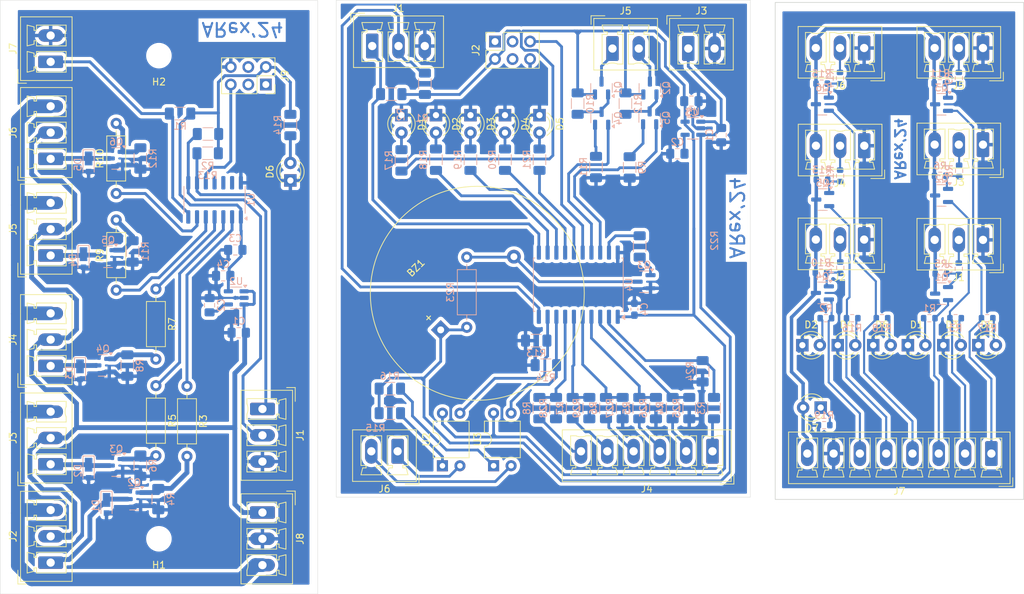
<source format=kicad_pcb>
(kicad_pcb (version 20240108) (generator "pcbnew") (generator_version "8.0")
  (layers (0 "F.Cu" signal) (31 "B.Cu" signal) (34 "B.Paste" user) (35 "F.Paste" user) (36 "B.SilkS" user "B.Silkscreen") (37 "F.SilkS" user "F.Silkscreen") (38 "B.Mask" user) (39 "F.Mask" user) (44 "Edge.Cuts" user))
  (net 0 "")
  (footprint "Connector_Phoenix_MC:PhoenixContact_MCV_1,5_3-G-3.81_1x03_P3.81mm_Vertical" (layer "F.Cu") (at 33.518 91.3284 90)
    (property "Reference" "J3")
    (property "Value" "Conn_01x03_Pin")
  )
  (footprint "Connector_Phoenix_MC:PhoenixContact_MCV_1,5_2-G-3.81_1x02_P3.81mm_Vertical" (layer "F.Cu") (at 33.518 33.0184 90)
    (property "Reference" "J7")
    (property "Value" "Conn_01x02_Pin")
  )
  (footprint "Resistor_THT:R_Axial_DIN0207_L6.3mm_D2.5mm_P10.16mm_Horizontal" (layer "F.Cu") (at 48.768 79.9384 -90)
    (property "Reference" "R5")
    (property "Value" "22")
  )
  (footprint "Connector_PinSocket_2.54mm:PinSocket_2x03_P2.54mm_Vertical" (layer "F.Cu") (at 64.6955 36.3084 -90)
    (property "Reference" "J9")
    (property "Value" "AVR-ISP-6" (hide yes))
  )
  (footprint "Connector_PinSocket_2.54mm:PinSocket_2x03_P2.54mm_Vertical" (layer "F.Cu") (at 97.9012 30.079072 90)
    (property "Reference" "J2")
    (property "Value" "AVR-ISP-6")
  )
  (footprint "Connector_Phoenix_MC:PhoenixContact_MCV_1,5_3-G-3.5_1x03_P3.50mm_Vertical" (layer "F.Cu") (at 168.598 58.8184 180)
    (property "Reference" "J1")
    (property "Value" "Screw_Terminal_01x03")
  )
  (footprint "Resistor_THT:R_Axial_DIN0207_L6.3mm_D2.5mm_P10.16mm_Horizontal" (layer "F.Cu") (at 43.018 66.0984 90)
    (property "Reference" "R9")
    (property "Value" "22")
  )
  (footprint "Connector_Phoenix_MC:PhoenixContact_MCV_1,5_2-G-3.81_1x02_P3.81mm_Vertical" (layer "F.Cu") (at 83.7887 89.444572 180)
    (property "Reference" "J6")
    (property "Value" "Conn_01x02_Pin")
  )
  (footprint "Connector_Phoenix_MC:PhoenixContact_MCV_1,5_3-G-3.5_1x03_P3.50mm_Vertical" (layer "F.Cu") (at 168.598 45.0184 180)
    (property "Reference" "J3")
    (property "Value" "Screw_Terminal_01x03")
  )
  (footprint "LED_THT:LED_D3.0mm" (layer "F.Cu") (at 89.3452 40.747072 -90)
    (property "Reference" "D2")
    (property "Value" "GREEN")
  )
  (footprint "LED_THT:LED_D3.0mm" (layer "F.Cu") (at 68.2515 50.2069 90)
    (property "Reference" "D6")
    (property "Value" "LED")
  )
  (footprint "Connector_Phoenix_MC:PhoenixContact_MCV_1,5_3-G-3.81_1x03_P3.81mm_Vertical" (layer "F.Cu") (at 33.518 47.0784 90)
    (property "Reference" "J6")
    (property "Value" "Conn_01x03_Pin")
  )
  (footprint "Connector_Phoenix_MC:PhoenixContact_MCV_1,5_2-G-3.81_1x02_P3.81mm_Vertical" (layer "F.Cu") (at 114.9192 31.095072)
    (property "Reference" "J5")
    (property "Value" "Conn_01x02_Pin")
  )
  (footprint "Connector_Phoenix_MC:PhoenixContact_MCV_1,5_3-G-3.5_1x03_P3.50mm_Vertical" (layer "F.Cu") (at 151.3805 58.7759 180)
    (property "Reference" "J2")
    (property "Value" "Screw_Terminal_01x03")
  )
  (footprint "Connector_Phoenix_MC:PhoenixContact_MCV_1,5_3-G-3.5_1x03_P3.50mm_Vertical" (layer "F.Cu") (at 168.598 31.0184 180)
    (property "Reference" "J5")
    (property "Value" "Screw_Terminal_01x03")
  )
  (footprint "LED_THT:LED_D3.0mm" (layer "F.Cu") (at 167.931 74.072)
    (property "Reference" "D5")
    (property "Value" "LED")
  )
  (footprint "Connector_Phoenix_MC:PhoenixContact_MCV_1,5_3-G-3.81_1x03_P3.81mm_Vertical" (layer "F.Cu") (at 33.518 61.0784 90)
    (property "Reference" "J5")
    (property "Value" "Conn_01x03_Pin")
  )
  (footprint "MountingHole:MountingHole_3.2mm_M3_DIN965" (layer "F.Cu") (at 49.2055 102.1259 180)
    (property "Reference" "H1")
    (property "Value" "MountingHole")
  )
  (footprint "LED_THT:LED_D3.0mm" (layer "F.Cu") (at 157.7202 74.072)
    (property "Reference" "D1")
    (property "Value" "LED")
  )
  (footprint "Connector_Phoenix_MC:PhoenixContact_MCV_1,5_6-G-3.81_1x06_P3.81mm_Vertical" (layer "F.Cu") (at 129.4087 89.444572 180)
    (property "Reference" "J4")
    (property "Value" "Conn_01x06_Pin")
  )
  (footprint "LED_THT:LED_D3.0mm" (layer "F.Cu") (at 152.691 74.072)
    (property "Reference" "D6")
    (property "Value" "LED")
  )
  (footprint "LED_THT:LED_D3.0mm" (layer "F.Cu") (at 84.3452 40.747072 -90)
    (property "Reference" "D1")
    (property "Value" "GREEN")
  )
  (footprint "MountingHole:MountingHole_3.2mm_M3_DIN965" (layer "F.Cu") (at 49.2055 32.1259 180)
    (property "Reference" "H2")
    (property "Value" "MountingHole")
  )
  (footprint "Resistor_THT:R_Axial_DIN0207_L6.3mm_D2.5mm_P10.16mm_Horizontal" (layer "F.Cu") (at 53.268 80.0184 -90)
    (property "Reference" "R3")
    (property "Value" "22")
  )
  (footprint "LED_THT:LED_D3.0mm" (layer "F.Cu") (at 94.3452 40.747072 -90)
    (property "Reference" "D3")
    (property "Value" "ORANGE")
  )
  (footprint "Connector_Phoenix_MC:PhoenixContact_MCV_1,5_3-G-3.81_1x03_P3.81mm_Vertical" (layer "F.Cu") (at 64.2055 83.3159 -90)
    (property "Reference" "J1")
    (property "Value" "Conn_01x03_Pin")
  )
  (footprint "LED_THT:LED_D3.0mm" (layer "F.Cu") (at 162.851 74.072)
    (property "Reference" "D3")
    (property "Value" "LED")
  )
  (footprint "Connector_Phoenix_MC:PhoenixContact_MCV_1,5_3-G-3.5_1x03_P3.50mm_Vertical" (layer "F.Cu") (at 151.3805 31.0184 180)
    (property "Reference" "J6")
    (property "Value" "Screw_Terminal_01x03")
  )
  (footprint "Connector_Phoenix_MC:PhoenixContact_MCV_1,5_3-G-3.81_1x03_P3.81mm_Vertical" (layer "F.Cu") (at 33.518 77.0784 90)
    (property "Reference" "J4")
    (property "Value" "Conn_01x03_Pin")
  )
  (footprint "LED_THT:LED_D3.0mm" (layer "F.Cu") (at 145.081 83.1144 180)
    (property "Reference" "D7")
    (property "Value" "LED")
  )
  (footprint "Connector_Phoenix_MC:PhoenixContact_MCV_1,5_3-G-3.81_1x03_P3.81mm_Vertical" (layer "F.Cu") (at 33.518 105.5784 90)
    (property "Reference" "J2")
    (property "Value" "Conn_01x03_Pin")
  )
  (footprint "LED_THT:LED_D3.0mm" (layer "F.Cu") (at 99.3452 40.747072 -90)
    (property "Reference" "D4")
    (property "Value" "RED")
  )
  (footprint "Buzzer_Beeper:Buzzer_15x7.5RM7.6" (layer "F.Cu") (at 90.031899 71.857373 45)
    (property "Reference" "BZ1")
    (property "Value" "Buzzer")
  )
  (footprint "Connector_Phoenix_MC:PhoenixContact_MCV_1,5_3-G-3.81_1x03_P3.81mm_Vertical" (layer "F.Cu") (at 80.1087 30.729572)
    (property "Reference" "J1")
    (property "Value" "Conn_01x03_Pin")
  )
  (footprint "Connector_Phoenix_MC:PhoenixContact_MCV_1,5_3-G-3.81_1x03_P3.81mm_Vertical" (layer "F.Cu") (at 64.2055 98.3159 -90)
    (property "Reference" "J8")
    (property "Value" "Conn_01x03_Pin")
  )
  (footprint "LED_THT:LED_D3.0mm" (layer "F.Cu") (at 104.3452 40.747072 -90)
    (property "Reference" "D5")
    (property "Value" "RED")
  )
  (footprint "LED_THT:LED_D3.0mm" (layer "F.Cu") (at 142.4294 74.072)
    (property "Reference" "D2")
    (property "Value" "LED")
  )
  (footprint "Connector_Phoenix_MC:PhoenixContact_MCV_1,5_3-G-3.5_1x03_P3.50mm_Vertical" (layer "F.Cu") (at 151.398 45.1759 180)
    (property "Reference" "J4")
    (property "Value" "Screw_Terminal_01x03")
  )
  (footprint "Connector_Phoenix_MC:PhoenixContact_MCV_1,5_8-G-3.81_1x08_P3.81mm_Vertical" (layer "F.Cu") (at 169.8155 89.7759 180)
    (property "Reference" "J7")
    (property "Value" "Screw_Terminal_01x08")
  )
  (footprint "Package_DIP:DIP-4_W7.62mm" (layer "F.Cu") (at 90.2812 91.547072 90)
    (property "Reference" "U2")
    (property "Value" "PC817")
  )
  (footprint "Package_DIP:DIP-4_W7.62mm" (layer "F.Cu") (at 97.6924 91.537672 90)
    (property "Reference" "U3")
    (property "Value" "PC817")
  )
  (footprint "Resistor_THT:R_Axial_DIN0207_L6.3mm_D2.5mm_P10.16mm_Horizontal" (layer "F.Cu") (at 43.018 52.0984 90)
    (property "Reference" "R10")
    (property "Value" "22")
  )
  (footprint "Resistor_THT:R_Axial_DIN0207_L6.3mm_D2.5mm_P10.16mm_Horizontal" (layer "F.Cu") (at 48.768 65.9384 -90)
    (property "Reference" "R7")
    (property "Value" "22")
  )
  (footprint "Connector_Phoenix_MC:PhoenixContact_MCV_1,5_2-G-3.81_1x02_P3.81mm_Vertical" (layer "F.Cu") (at 125.9012 31.087072)
    (property "Reference" "J3")
    (property "Value" "Conn_01x02_Pin")
  )
  (footprint "LED_THT:LED_D3.0mm" (layer "F.Cu") (at 147.5602 74.072)
    (property "Reference" "D4")
    (property "Value" "LED")
  )
  (footprint "Package_TO_SOT_SMD:SOT-23" (layer "B.Cu") (at 41.8355 61.2559 180)
    (property "Reference" "Q5")
    (property "Value" "DMN6075S" (hide yes))
  )
  (footprint "Resistor_SMD:R_0603_1608Metric" (layer "B.Cu") (at 147.8805 35.3784 -90)
    (property "Reference" "R14")
    (property "Value" "10k")
  )
  (footprint "Resistor_SMD:R_0603_1608Metric" (layer "B.Cu") (at 165.0912 62.9976 -90)
    (property "Reference" "R7")
    (property "Value" "10k")
  )
  (footprint "Package_TO_SOT_SMD:SOT-23" (layer "B.Cu") (at 162.602 66.6044 180)
    (property "Reference" "Q1")
    (property "Value" "BC858")
  )
  (footprint "Resistor_SMD:R_1206_3216Metric_Pad1.30x1.75mm_HandSolder" (layer "B.Cu") (at 113.9782 83.191072 -90)
    (property "Reference" "R6")
    (property "Value" "1k")
  )
  (footprint "Package_TO_SOT_SMD:SOT-23" (layer "B.Cu") (at 113.3292 36.812372 90)
    (property "Reference" "Q1")
    (property "Value" "BC858")
  )
  (footprint "Resistor_SMD:R_1206_3216Metric_Pad1.30x1.75mm_HandSolder" (layer "B.Cu") (at 46.518 47.0184 90)
    (property "Reference" "R12")
    (property "Value" "10K")
  )
  (footprint "Resistor_SMD:R_0603_1608Metric" (layer "B.Cu") (at 165.142 48.8244 -90)
    (property "Reference" "R8")
    (property "Value" "10k")
  )
  (footprint "Package_SO:SOIC-14_3.9x8.7mm_P1.27mm" (layer "B.Cu") (at 57.268 53.0184 90)
    (property "Reference" "U1")
    (property "Value" "ATtiny3224-SS")
  )
  (footprint "Diode_SMD:D_MicroSMP_AK" (layer "B.Cu") (at 41.61425 97.3759 -90)
    (property "Reference" "D1")
    (property "Value" "D")
  )
  (footprint "Resistor_SMD:R_1206_3216Metric_Pad1.30x1.75mm_HandSolder" (layer "B.Cu") (at 126.0432 83.191072 -90)
    (property "Reference" "R25")
    (property "Value" "10k")
  )
  (footprint "Resistor_SMD:R_1206_3216Metric_Pad1.30x1.75mm_HandSolder" (layer "B.Cu") (at 103.8702 73.412072)
    (property "Reference" "R13")
    (property "Value" "1k")
  )
  (footprint "Resistor_SMD:R_1206_3216Metric_Pad1.30x1.75mm_HandSolder" (layer "B.Cu") (at 87.7412 36.201072 -90)
    (property "Reference" "R2")
    (property "Value" "470")
  )
  (footprint "Resistor_SMD:R_0603_1608Metric" (layer "B.Cu") (at 160.824 70.1604 180)
    (property "Reference" "R1")
    (property "Value" "10k")
  )
  (footprint "Resistor_SMD:R_1206_3216Metric_Pad1.30x1.75mm_HandSolder" (layer "B.Cu") (at 89.3452 47.197072 -90)
    (property "Reference" "R18")
    (property "Value" "1k")
  )
  (footprint "Package_TO_SOT_SMD:SOT-23" (layer "B.Cu") (at 119.4912 64.877072 180)
    (property "Reference" "Q3")
    (property "Value" "BC846")
  )
  (footprint "Resistor_SMD:R_1206_3216Metric_Pad1.30x1.75mm_HandSolder" (layer "B.Cu") (at 129.6252 83.191072 -90)
    (property "Reference" "R3")
    (property "Value" "1k")
  )
  (footprint "Resistor_SMD:R_1206_3216Metric_Pad1.30x1.75mm_HandSolder" (layer "B.Cu") (at 68.2515 42.1799 -90)
    (property "Reference" "R14")
    (property "Value" "470")
  )
  (footprint "Resistor_SMD:R_0603_1608Metric" (layer "B.Cu") (at 145.1268 63.5564 180)
    (property "Reference" "R10")
    (property "Value" "10k")
  )
  (footprint "Package_TO_SOT_SMD:SOT-23" (layer "B.Cu") (at 162.602 52.3804 180)
    (property "Reference" "Q2")
    (property "Value" "BC858")
  )
  (footprint "Resistor_SMD:R_1206_3216Metric_Pad1.30x1.75mm_HandSolder" (layer "B.Cu") (at 104.3262 83.191072 -90)
    (property "Reference" "R8")
    (property "Value" "1k")
  )
  (footprint "Resistor_SMD:R_1206_3216Metric_Pad1.30x1.75mm_HandSolder" (layer "B.Cu") (at 52.268 40.5184)
    (property "Reference" "R1")
    (property "Value" "10K")
  )
  (footprint "Resistor_SMD:R_1206_3216Metric_Pad1.30x1.75mm_HandSolder" (layer "B.Cu") (at 127.9742 77.857072 -90)
    (property "Reference" "R24")
    (property "Value" "10k")
  )
  (footprint "Resistor_SMD:R_0603_1608Metric" (layer "B.Cu") (at 164.634 70.1604)
    (property "Reference" "R3")
    (property "Value" "10k")
  )
  (footprint "Resistor_SMD:R_1206_3216Metric_Pad1.30x1.75mm_HandSolder" (layer "B.Cu") (at 94.3452 47.197072 -90)
    (property "Reference" "R19")
    (property "Value" "1k")
  )
  (footprint "Capacitor_SMD:C_0805_2012Metric_Pad1.18x1.45mm_HandSolder" (layer "B.Cu") (at 60.268 60.2684 180)
    (property "Reference" "C3")
    (property "Value" "1u")
  )
  (footprint "Resistor_SMD:R_1206_3216Metric_Pad1.30x1.75mm_HandSolder" (layer "B.Cu") (at 116.3912 83.191072 -90)
    (property "Reference" "R27")
    (property "Value" "10k")
  )
  (footprint "Resistor_SMD:R_1206_3216Metric_Pad1.30x1.75mm_HandSolder" (layer "B.Cu") (at 123.6302 83.191072 -90)
    (property "Reference" "R4")
    (property "Value" "1k")
  )
  (footprint "Resistor_SMD:R_1206_3216Metric_Pad1.30x1.75mm_HandSolder" (layer "B.Cu") (at 104.3452 47.197072 -90)
    (property "Reference" "R21")
    (property "Value" "1k")
  )
  (footprint "Capacitor_SMD:C_0805_2012Metric_Pad1.18x1.45mm_HandSolder" (layer "B.Cu") (at 56.543 68.2809 90)
    (property "Reference" "C2")
    (property "Value" "470p")
  )
  (footprint "Package_TO_SOT_SMD:SOT-23" (layer "B.Cu") (at 145.3808 52.9759 180)
    (property "Reference" "Q5")
    (property "Value" "BC858")
  )
  (footprint "Resistor_SMD:R_1206_3216Metric_Pad1.30x1.75mm_HandSolder" (layer "B.Cu") (at 112.5316 48.265472 -90)
    (property "Reference" "R11")
    (property "Value" "4k3")
  )
  (footprint "Resistor_SMD:R_1206_3216Metric_Pad1.30x1.75mm_HandSolder" (layer "B.Cu") (at 118.8042 83.191072 -90)
    (property "Reference" "R5")
    (property "Value" "1k")
  )
  (footprint "Diode_SMD:D_MicroSMP_AK" (layer "B.Cu") (at 37.7715 78.0199 -90)
    (property "Reference" "D3")
    (property "Value" "D")
  )
  (footprint "Package_TO_SOT_SMD:SOT-23" (layer "B.Cu") (at 145.33 66.5028 180)
    (property "Reference" "Q4")
    (property "Value" "BC858")
  )
  (footprint "Resistor_THT:R_Axial_DIN0207_L6.3mm_D2.5mm_P10.16mm_Horizontal" (layer "B.Cu") (at 93.8112 61.321072 -90)
    (property "Reference" "R23")
    (property "Value" "1k")
  )
  (footprint "Resistor_SMD:R_1206_3216Metric_Pad1.30x1.75mm_HandSolder" (layer "B.Cu") (at 56.268 46.2699)
    (property "Reference" "R2")
    (property "Value" "470")
  )
  (footprint "Resistor_SMD:R_1206_3216Metric_Pad1.30x1.75mm_HandSolder" (layer "B.Cu") (at 118.8562 59.771072 90)
    (property "Reference" "R22")
    (property "Value" "1k")
  )
  (footprint "Resistor_SMD:R_1206_3216Metric_Pad1.30x1.75mm_HandSolder" (layer "B.Cu") (at 111.5652 83.191072 -90)
    (property "Reference" "R29")
    (property "Value" "10k")
  )
  (footprint "Resistor_SMD:R_1206_3216Metric_Pad1.30x1.75mm_HandSolder" (layer "B.Cu") (at 109.1522 83.191072 -90)
    (property "Reference" "R7")
    (property "Value" "1k")
  )
  (footprint "Resistor_SMD:R_0603_1608Metric" (layer "B.Cu") (at 149.648 70.1604)
    (property "Reference" "R16")
    (property "Value" "10k")
  )
  (footprint "Resistor_SMD:R_1206_3216Metric_Pad1.30x1.75mm_HandSolder" (layer "B.Cu") (at 99.3452 47.197072 -90)
    (property "Reference" "R20")
    (property "Value" "1k")
  )
  (footprint "Resistor_SMD:R_0603_1608Metric" (layer "B.Cu") (at 165.098 35.3784 -90)
    (property "Reference" "R9")
    (property "Value" "10k")
  )
  (footprint "Capacitor_SMD:C_0805_2012Metric_Pad1.18x1.45mm_HandSolder" (layer "B.Cu") (at 124.3172 46.335072 180)
    (property "Reference" "C2")
    (property "Value" "470p")
  )
  (footprint "Resistor_SMD:R_0603_1608Metric" (layer "B.Cu") (at 145.2792 50.0944 180)
    (property "Reference" "R13")
    (property "Value" "10k")
  )
  (footprint "Capacitor_SMD:C_0805_2012Metric_Pad1.18x1.45mm_HandSolder" (layer "B.Cu") (at 60.768 72.2684 180)
    (property "Reference" "C1")
    (property "Value" "1u")
  )
  (footprint "Package_TO_SOT_SMD:SOT-23-5" (layer "B.Cu") (at 60.4055 67.2184 180)
    (property "Reference" "U2")
    (property "Value" "MIC5205-5.0YM5")
  )
  (footprint "Resistor_SMD:R_0603_1608Metric" (layer "B.Cu") (at 145.584 85.6544 180)
    (property "Reference" "R19")
    (property "Value" "10k")
  )
  (footprint "Resistor_SMD:R_0603_1608Metric" (layer "B.Cu") (at 162.5004 63.7088 180)
    (property "Reference" "R5")
    (property "Value" "10k")
  )
  (footprint "Resistor_SMD:R_1206_3216Metric_Pad1.30x1.75mm_HandSolder" (layer "B.Cu") (at 117.4084 48.316272 90)
    (property "Reference" "R9")
    (property "Value" "4k3")
  )
  (footprint "Package_TO_SOT_SMD:SOT-23" (layer "B.Cu") (at 120.3396 36.812372 90)
    (property "Reference" "Q2")
    (property "Value" "BC858")
  )
  (footprint "Capacitor_SMD:C_0603_1608Metric_Pad1.08x0.95mm_HandSolder" (layer "B.Cu") (at 118.0942 68.863072 90)
    (property "Reference" "C4")
    (property "Value" "1u")
  )
  (footprint "Capacitor_SMD:C_0805_2012Metric_Pad1.18x1.45mm_HandSolder" (layer "B.Cu") (at 130.6672 43.642672 -90)
    (property "Reference" "C1")
    (property "Value" "3u3")
  )
  (footprint "Capacitor_SMD:C_0805_2012Metric_Pad1.18x1.45mm_HandSolder" (layer "B.Cu") (at 126.3492 38.715072)
    (property "Reference" "C3")
    (property "Value" "3u3")
  )
  (footprint "Package_TO_SOT_SMD:SOT-23" (layer "B.Cu") (at 145.33 39.1583 180)
    (property "Reference" "Q6")
    (property "Value" "BC858")
  )
  (footprint "Package_TO_SOT_SMD:SOT-23" (layer "B.Cu") (at 113.3444 41.204272 90)
    (property "Reference" "Q4")
    (property "Value" "BC846")
  )
  (footprint "Diode_SMD:D_MicroSMP_AK" (layer "B.Cu") (at 39.018 47.8984 -90)
    (property "Reference" "D5")
    (property "Value" "D")
  )
  (footprint "Resistor_SMD:R_1206_3216Metric_Pad1.30x1.75mm_HandSolder" (layer "B.Cu") (at 116.7988 39.070672 90)
    (property "Reference" "R12")
    (property "Value" "10k")
  )
  (footprint "Resistor_SMD:R_1206_3216Metric_Pad1.30x1.75mm_HandSolder" (layer "B.Cu") (at 82.6612 80.371072 180)
    (property "Reference" "R16")
    (property "Value" "1k")
  )
  (footprint "Capacitor_SMD:C_0805_2012Metric_Pad1.18x1.45mm_HandSolder" (layer "B.Cu") (at 58.518 64.0184 180)
    (property "Reference" "C4")
    (property "Value" "1u")
  )
  (footprint "Package_SO:SOIC-20W_7.5x12.8mm_P1.27mm" (layer "B.Cu") (at 109.9662 65.307072 90)
    (property "Reference" "U4")
    (property "Value" "ATtiny3226-S")
  )
  (footprint "Resistor_SMD:R_0603_1608Metric" (layer "B.Cu") (at 162.348 36.1244 180)
    (property "Reference" "R11")
    (property "Value" "10k")
  )
  (footprint "Resistor_SMD:R_1206_3216Metric_Pad1.30x1.75mm_HandSolder" (layer "B.Cu") (at 44.6295 77.0184 90)
    (property "Reference" "R8")
    (property "Value" "10K")
  )
  (footprint "Package_TO_SOT_SMD:SOT-23" (layer "B.Cu") (at 45.61425 96.3759 180)
    (property "Reference" "Q2")
    (property "Value" "DMN6075S")
  )
  (footprint "Resistor_SMD:R_0603_1608Metric" (layer "B.Cu") (at 145.2284 36.1752 180)
    (property "Reference" "R15")
    (property "Value" "10k")
  )
  (footprint "Resistor_SMD:R_1206_3216Metric_Pad1.30x1.75mm_HandSolder" (layer "B.Cu") (at 82.8644 37.699072)
    (property "Reference" "R1")
    (property "Value" "470")
  )
  (footprint "Package_TO_SOT_SMD:SOT-23" (layer "B.Cu") (at 162.602 39.1724 180)
    (property "Reference" "Q3")
    (property "Value" "BC858")
  )
  (footprint "Package_TO_SOT_SMD:SOT-23" (layer "B.Cu") (at 120.304 41.138272 90)
    (property "Reference" "Q5")
    (property "Value" "BC846")
  )
  (footprint "Resistor_SMD:R_1206_3216Metric_Pad1.30x1.75mm_HandSolder" (layer "B.Cu") (at 82.6612 83.927072 180)
    (property "Reference" "R15")
    (property "Value" "1k")
  )
  (footprint "Package_TO_SOT_SMD:SOT-23" (layer "B.Cu") (at 43.018 91.5184 180)
    (property "Reference" "Q3")
    (property "Value" "DMN6075S")
  )
  (footprint "Package_TO_SOT_SMD:SOT-23-5" (layer "B.Cu") (at 126.5772 42.643072 180)
    (property "Reference" "U5")
    (property "Value" "MIC5205-5.0YM5")
  )
  (footprint "Resistor_SMD:R_1206_3216Metric_Pad1.30x1.75mm_HandSolder" (layer "B.Cu") (at 121.2172 83.191072 -90)
    (property "Reference" "R26")
    (property "Value" "10k")
  )
  (footprint "Resistor_SMD:R_0603_1608Metric" (layer "B.Cu") (at 162.3988 49.5356 180)
    (property "Reference" "R6")
    (property "Value" "10k")
  )
  (footprint "Resistor_SMD:R_1206_3216Metric_Pad1.30x1.75mm_HandSolder" (layer "B.Cu") (at 84.3452 47.297072 -90)
    (property "Reference" "R17")
    (property "Value" "1k")
  )
  (footprint "Package_TO_SOT_SMD:SOT-23" (layer "B.Cu") (at 41.0735 77.0039 180)
    (property "Reference" "Q4")
    (property "Value" "DMN6075S")
  )
  (footprint "Resistor_SMD:R_0603_1608Metric" (layer "B.Cu") (at 153.966 70.1604)
    (property "Reference" "R18")
    (property "Value" "10k")
  )
  (footprint "Package_TO_SOT_SMD:SOT-23" (layer "B.Cu") (at 43.018 47.0184 180)
    (property "Reference" "Q6")
    (property "Value" "DMN6075S")
  )
  (footprint "Resistor_SMD:R_1206_3216Metric_Pad1.30x1.75mm_HandSolder" (layer "B.Cu") (at 46.518 91.5184 90)
    (property "Reference" "R6")
    (property "Value" "10K")
  )
  (footprint "Resistor_SMD:R_0603_1608Metric" (layer "B.Cu") (at 147.9208 62.8452 -90)
    (property "Reference" "R4")
    (property "Value" "10k")
  )
  (footprint "Diode_SMD:D_MicroSMP_AK" (layer "B.Cu") (at 39.018 92.2684 -90)
    (property "Reference" "D2")
    (property "Value" "D")
  )
  (footprint "Resistor_SMD:R_1206_3216Metric_Pad1.30x1.75mm_HandSolder" (layer "B.Cu") (at 56.3135 43.4759)
    (property "Reference" "R13")
    (property "Value" "470")
  )
  (footprint "Resistor_SMD:R_1206_3216Metric_Pad1.30x1.75mm_HandSolder" (layer "B.Cu") (at 45.3915 60.4939 90)
    (property "Reference" "R11")
    (property "Value" "10K")
  )
  (footprint "Resistor_SMD:R_1206_3216Metric_Pad1.30x1.75mm_HandSolder" (layer "B.Cu") (at 49.11425 96.3759 90)
    (property "Reference" "R4")
    (property "Value" "10K")
  )
  (footprint "Resistor_SMD:R_0603_1608Metric" (layer "B.Cu") (at 169.206 70.1604)
    (property "Reference" "R17")
    (property "Value" "10k")
  )
  (footprint "Resistor_SMD:R_0603_1608Metric" (layer "B.Cu") (at 145.838 70.1604 180)
    (property "Reference" "R2")
    (property "Value" "10k")
  )
  (footprint "Resistor_SMD:R_1206_3216Metric_Pad1.30x1.75mm_HandSolder" (layer "B.Cu") (at 109.8748 39.070672 90)
    (property "Reference" "R10")
    (property "Value" "10k")
  )
  (footprint "Resistor_SMD:R_0603_1608Metric" (layer "B.Cu") (at 147.898 49.5359 -90)
    (property "Reference" "R12")
    (property "Value" "10k")
  )
  (footprint "Resistor_SMD:R_1206_3216Metric_Pad1.30x1.75mm_HandSolder" (layer "B.Cu") (at 105.2672 76.968072)
    (property "Reference" "R14")
    (property "Value" "1k")
  )
  (footprint "Diode_SMD:D_MicroSMP_AK" (layer "B.Cu") (at 38.2795 61.7639 -90)
    (property "Reference" "D4")
    (property "Value" "D")
  )
  (footprint "Resistor_SMD:R_1206_3216Metric_Pad1.30x1.75mm_HandSolder" (layer "B.Cu") (at 106.7392 83.191072 -90)
    (property "Reference" "R28")
    (property "Value" "10k")
  )
  (gr_rect (start 74.9012 24.087072) (end 134.9012 96.087072) (stroke (width 0.05)) (fill none) (layer "Edge.Cuts"))
  (gr_rect (start 26.2055 24.1259) (end 72.2055 110.1259) (stroke (width 0.05)) (fill none) (layer "Edge.Cuts"))
  (gr_rect (start 138.498 24.4184) (end 174.498 96.4184) (stroke (width 0.1)) (fill none) (layer "Edge.Cuts"))
  (gr_text "ARex'24" (at 131.7334 61.728072 -90) (layer "B.Cu") (effects (font (size 2 2) (thickness 0.3) (bold yes)) (justify left bottom mirror)))
  (gr_text "ARex'24" (at 55.2055 27.1259 180) (layer "B.Cu") (effects (font (size 2 2) (thickness 0.3) (bold yes)) (justify left bottom mirror)))
  (gr_text "ARex'24" (at 155.6678 50.2452 -90) (layer "B.Cu") (effects (font (size 1.5 1.5) (thickness 0.3) (bold yes)) (justify left bottom mirror)))
  (segment (start 119.3896 37.749872) (end 116.8248 37.749872) (width 0.4) (layer "B.Cu") (net 0))
  (segment (start 161.598 45.0184) (end 161.598 39.2389) (width 0.5) (layer "B.Cu") (net 0))
  (segment (start 36.268 101.7684) (end 37.018 101.0184) (width 0.7) (layer "B.Cu") (net 0))
  (segment (start 161.598 52.4469) (end 161.6645 52.3804) (width 0.5) (layer "B.Cu") (net 0))
  (segment (start 140.8596 70.0357) (end 140.8596 77.933) (width 0.5) (layer "B.Cu") (net 0))
  (segment (start 148.886 67.497) (end 149.267 67.116) (width 0.3) (layer "B.Cu") (net 0))
  (segment (start 90.031899 71.857373) (end 90.031899 76.429373) (width 0.4) (layer "B.Cu") (net 0))
  (segment (start 126.7048 57.155472) (end 126.7048 44.404672) (width 0.4) (layer "B.Cu") (net 0))
  (segment (start 105.7232 79.762072) (end 102.7266 79.762072) (width 0.4) (layer "B.Cu") (net 0))
  (segment (start 43.9555 46.0684) (end 45.918 46.0684) (width 0.7) (layer "B.Cu") (net 0))
  (segment (start 113.3292 33.650272) (end 114.9192 32.060272) (width 0.4) (layer "B.Cu") (net 0))
  (segment (start 43.9555 42.8759) (end 43.018 41.9384) (width 0.7) (layer "B.Cu") (net 0))
  (segment (start 99.3452 45.647072) (end 99.3452 43.287072) (width 0.4) (layer "B.Cu") (net 0))
  (segment (start 110.392528 48.662272) (end 109.4328 49.622) (width 0.4) (layer "B.Cu") (net 0))
  (segment (start 109.9008 37.749872) (end 109.8748 37.723872) (width 0.4) (layer "B.Cu") (net 0))
  (segment (start 112.5316 45.369872) (end 112.5316 46.715472) (width 0.4) (layer "B.Cu") (net 0))
  (segment (start 63.4355 35.0284) (end 58.762295 35.0284) (width 0.42) (layer "B.Cu") (net 0))
  (segment (start 100.4412 52.431072) (end 105.5212 57.511072) (width 0.4) (layer "B.Cu") (net 0))
  (segment (start 127.052201 42.643072) (end 126.5524 42.143271) (width 0.4) (layer "B.Cu") (net 0))
  (segment (start 127.7147 68.630172) (end 127.7147 43.593072) (width 0.4) (layer "B.Cu") (net 0))
  (segment (start 121.254 45.994672) (end 118.8816 48.367072) (width 0.4) (layer "B.Cu") (net 0))
  (segment (start 101.7112 28.829072) (end 101.4372 28.555072) (width 0.4) (layer "B.Cu") (net 0))
  (segment (start 55.998 49.2884) (end 56.9845 48.3019) (width 0.42) (layer "B.Cu") (net 0))
  (segment (start 125.3139 41.818872) (end 125.4397 41.693072) (width 0.4) (layer "B.Cu") (net 0))
  (segment (start 61.6305 72.2684) (end 61.543 72.1809) (width 0.42) (layer "B.Cu") (net 0))
  (segment (start 153.077 64.8264) (end 153.077 70.345906) (width 0.3) (layer "B.Cu") (net 0))
  (segment (start 38.085 61.0784) (end 38.2795 60.8839) (width 0.7) (layer "B.Cu") (net 0))
  (segment (start 154.5755 84.4859) (end 148.8098 78.7202) (width 0.3) (layer "B.Cu") (net 0))
  (segment (start 144.4034 39.1474) (end 144.4034 36.1752) (width 0.5) (layer "B.Cu") (net 0))
  (segment (start 52.268 42.0684) (end 52.268 52.2684) (width 0.42) (layer "B.Cu") (net 0))
  (segment (start 166.666 72.1294) (end 166.666 75.7992) (width 0.3) (layer "B.Cu") (net 0))
  (segment (start 161.6645 39.1724) (end 161.523 39.0309) (width 0.5) (layer "B.Cu") (net 0))
  (segment (start 55.998 50.5434) (end 55.998 49.2884) (width 0.42) (layer "B.Cu") (net 0))
  (segment (start 113.3444 39.934272) (end 113.3444 40.266772) (width 0.4) (layer "B.Cu") (net 0))
  (segment (start 130.6672 38.461072) (end 130.6672 42.605172) (width 0.4) (layer "B.Cu") (net 0))
  (segment (start 102.8022 56.495072) (end 83.6772 56.495072) (width 0.4) (layer "B.Cu") (net 0))
  (segment (start 111.8712 69.957072) (end 111.8712 73.057072) (width 0.4) (layer "B.Cu") (net 0))
  (segment (start 149.9528 43.3872) (end 149.9528 61.7022) (width 0.3) (layer "B.Cu") (net 0))
  (segment (start 104.3452 52.017072) (end 109.3312 57.003072) (width 0.4) (layer "B.Cu") (net 0))
  (segment (start 146.409 85.6544) (end 146.409 84.4424) (width 0.3) (layer "B.Cu") (net 0))
  (segment (start 91.6522 85.350072) (end 94.4462 85.350072) (width 0.4) (layer "B.Cu") (net 0))
  (segment (start 43.9555 92.4684) (end 43.068 92.4684) (width 0.7) (layer "B.Cu") (net 0))
  (segment (start 57.818 43.4304) (end 57.8635 43.4759) (width 0.42) (layer "B.Cu") (net 0))
  (segment (start 43.9555 46.0684) (end 43.9555 42.8759) (width 0.7) (layer "B.Cu") (net 0))
  (segment (start 146.663 67.8483) (end 146.2675 67.4528) (width 0.3) (layer "B.Cu") (net 0))
  (segment (start 118.8042 79.990072) (end 118.8042 81.641072) (width 0.4) (layer "B.Cu") (net 0))
  (segment (start 108.5692 49.230672) (end 108.5692 53.193072) (width 0.4) (layer "B.Cu") (net 0))
  (segment (start 81.1112 80.371072) (end 81.1112 83.927072) (width 0.4) (layer "B.Cu") (net 0))
  (segment (start 119.354 42.090972) (end 119.354 44.820672) (width 0.4) (layer "B.Cu") (net 0))
  (segment (start 141.8756 74.7274) (end 142.531 74.072) (width 0.5) (layer "B.Cu") (net 0))
  (segment (start 165.1878 70.4316) (end 165.459 70.1604) (width 0.3) (layer "B.Cu") (net 0))
  (segment (start 150.2526 74.072) (end 150.2526 70.2792) (width 0.3) (layer "B.Cu") (net 0))
  (segment (start 90.2812 83.927072) (end 90.2812 85.503072) (width 0.4) (layer "B.Cu") (net 0))
  (segment (start 111.0312 86.620072) (end 109.1522 84.741072) (width 0.4) (layer "B.Cu") (net 0))
  (segment (start 121.2896 38.745472) (end 121.2896 38.527072) (width 0.4) (layer "B.Cu") (net 0))
  (segment (start 28.768 69.5184) (end 28.768 83.7684) (width 2) (layer "B.Cu") (net 0))
  (segment (start 144.3925 66.5028) (end 144.3018 66.4121) (width 0.5) (layer "B.Cu") (net 0))
  (segment (start 85.7092 33.025472) (end 85.1504 33.025472) (width 0.4) (layer "B.Cu") (net 0))
  (segment (start 107.5532 30.841072) (end 106.7912 30.079072) (width 0.4) (layer "B.Cu") (net 0))
  (segment (start 161.6754 66.5935) (end 161.6754 63.7088) (width 0.5) (layer "B.Cu") (net 0))
  (segment (start 97.8752 78.873072) (end 92.8212 83.927072) (width 0.4) (layer "B.Cu") (net 0))
  (segment (start 43.318 47.9684) (end 42.368 48.9184) (width 0.7) (layer "B.Cu") (net 0))
  (segment (start 87.3348 34.651072) (end 85.7092 33.025472) (width 0.4) (layer "B.Cu") (net 0))
  (segment (start 165.098 58.8184) (end 165.098 62.1658) (width 0.3) (layer "B.Cu") (net 0))
  (segment (start 122.59 33.685872) (end 122.59 30.079072) (width 0.4) (layer "B.Cu") (net 0))
  (segment (start 61.6305 72.2684) (end 61.6305 76.7099) (width 0.7) (layer "B.Cu") (net 0))
  (segment (start 91.4812 83.108072) (end 91.4812 85.179072) (width 0.4) (layer "B.Cu") (net 0))
  (segment (start 59.268 66.2684) (end 59.268 64.1309) (width 0.42) (layer "B.Cu") (net 0))
  (segment (start 111.8712 73.057072) (end 118.8042 79.990072) (width 0.4) (layer "B.Cu") (net 0))
  (segment (start 52.268 52.2684) (end 53.768 53.7684) (width 0.42) (layer "B.Cu") (net 0))
  (segment (start 123.6302 86.594072) (end 123.6302 84.741072) (width 0.4) (layer "B.Cu") (net 0))
  (segment (start 125.9012 31.087072) (end 125.9012 33.695072) (width 0.4) (layer "B.Cu") (net 0))
  (segment (start 32.268 43.2684) (end 33.518 43.2684) (width 0.7) (layer "B.Cu") (net 0))
  (segment (start 109.3312 76.942072) (end 109.1522 77.121072) (width 0.4) (layer "B.Cu") (net 0))
  (segment (start 120.4287 63.927072) (end 120.4287 62.893572) (width 0.4) (layer "B.Cu") (net 0))
  (segment (start 164.06 53.3304) (end 163.5395 53.3304) (width 0.3) (layer "B.Cu") (net 0))
  (segment (start 90.8642 89.261072) (end 95.4158 89.261072) (width 0.4) (layer "B.Cu") (net 0))
  (segment (start 48.383 90.1784) (end 48.768 90.1784) (width 0.7) (layer "B.Cu") (net 0))
  (segment (start 57.818 46.2699) (end 57.818 43.5214) (width 0.42) (layer "B.Cu") (net 0))
  (segment (start 161.598 39.2389) (end 161.6645 39.1724) (width 0.5) (layer "B.Cu") (net 0))
  (segment (start 42.368 62.9184) (end 38.414 62.9184) (width 0.7) (layer "B.Cu") (net 0))
  (segment (start 161.598 58.8184) (end 161.598 52.4469) (width 0.5) (layer "B.Cu") (net 0))
  (segment (start 30.518 93.1259) (end 30.518 89.2684) (width 0.7) (layer "B.Cu") (net 0))
  (segment (start 131.9784 92.4052) (end 131.9784 72.893872) (width 0.4) (layer "B.Cu") (net 0))
  (segment (start 95.9702 82.810072) (end 96.9956 81.784672) (width 0.4) (layer "B.Cu") (net 0))
  (segment (start 87.6142 78.847072) (end 87.6142 79.254072) (width 0.4) (layer "B.Cu") (net 0))
  (segment (start 28.768 98.3984) (end 29.208 97.9584) (width 2) (layer "B.Cu") (net 0))
  (segment (start 33.518 73.2684) (end 33.768 73.0184) (width 0.7) (layer "B.Cu") (net 0))
  (segment (start 114.1687 89.197572) (end 111.5912 86.620072) (width 0.4) (layer "B.Cu") (net 0))
  (segment (start 46.518 90.6059) (end 47.9555 90.6059) (width 0.7) (layer "B.Cu") (net 0))
  (segment (start 109.89 47.909872) (end 108.5692 49.230672) (width 0.4) (layer "B.Cu") (net 0))
  (segment (start 98.0734 87.372672) (end 97.6924 86.991672) (width 0.4) (layer "B.Cu") (net 0))
  (segment (start 30.828 39.4584) (end 28.768 41.5184) (width 2) (layer "B.Cu") (net 0))
  (segment (start 108.0612 57.155472) (end 108.0612 60.657072) (width 0.4) (layer "B.Cu") (net 0))
  (segment (start 32.768 80.5184) (end 30.768 78.5184) (width 0.7) (layer "B.Cu") (net 0))
  (segment (start 114.4112 60.657072) (end 114.4112 59.187472) (width 0.4) (layer "B.Cu") (net 0))
  (segment (start 161.6754 63.7088) (end 161.6754 58.8958) (width 0.5) (layer "B.Cu") (net 0))
  (segment (start 146.6739 40.1083) (end 149.9528 43.3872) (width 0.3) (layer "B.Cu") (net 0))
  (segment (start 163.5395 40.1224) (end 164.8603 40.1224) (width 0.3) (layer "B.Cu") (net 0))
  (segment (start 143.1455 87.5339) (end 142.536 86.9244) (width 0.5) (layer "B.Cu") (net 0))
  (segment (start 83.9187 31.793772) (end 83.9187 30.729572) (width 0.4) (layer "B.Cu") (net 0))
  (segment (start 45.3915 58.9439) (end 45.3915 58.3119) (width 0.7) (layer "B.Cu") (net 0))
  (segment (start 84.2112 80.576072) (end 84.2112 80.371072) (width 0.4) (layer "B.Cu") (net 0))
  (segment (start 100.0602 61.321072) (end 100.14208 61.239192) (width 0.4) (layer "B.Cu") (net 0))
  (segment (start 149.267 56.8746) (end 146.3183 53.9259) (width 0.3) (layer "B.Cu") (net 0))
  (segment (start 148.886 69.7926) (end 148.886 67.497) (width 0.3) (layer "B.Cu") (net 0))
  (segment (start 118.8042 81.641072) (end 121.2172 81.641072) (width 0.4) (layer "B.Cu") (net 0))
  (segment (start 84.3452 45.747072) (end 84.3452 43.287072) (width 0.4) (layer "B.Cu") (net 0))
  (segment (start 99.6528 48.747072) (end 108.0612 57.155472) (width 0.4) (layer "B.Cu") (net 0))
  (segment (start 163.5395 68.2699) (end 163.5395 67.5544) (width 0.3) (layer "B.Cu") (net 0))
  (segment (start 104.2512 69.957072) (end 104.2512 68.687072) (width 0.4) (layer "B.Cu") (net 0))
  (segment (start 105.1148 76.052472) (end 105.1148 78.364472) (width 0.4) (layer "B.Cu") (net 0))
  (segment (start 39.148 91.5184) (end 39.018 91.3884) (width 0.7) (layer "B.Cu") (net 0))
  (segment (start 55.963 50.5084) (end 55.998 50.5434) (width 0.42) (layer "B.Cu") (net 0))
  (segment (start 42.011 77.9539) (end 41.5205 77.9539) (width 0.7) (layer "B.Cu") (net 0))
  (segment (start 110.6012 56.749072) (end 107.5532 53.701072) (width 0.4) (layer "B.Cu") (net 0))
  (segment (start 129.6252 77.717072) (end 128.2152 76.307072) (width 0.4) (layer "B.Cu") (net 0))
  (segment (start 161.536 70.2734) (end 161.536 78.4924) (width 0.3) (layer "B.Cu") (net 0))
  (segment (start 163.809 69.2074) (end 166.539 66.4774) (width 0.3) (layer "B.Cu") (net 0))
  (segment (start 104.5052 84.741072) (end 104.3262 84.741072) (width 0.4) (layer "B.Cu") (net 0))
  (segment (start 161.6645 66.6044) (end 161.6754 66.5935) (width 0.5) (layer "B.Cu") (net 0))
  (segment (start 42.773 62.5134) (end 42.368 62.9184) (width 0.7) (layer "B.Cu") (net 0))
  (segment (start 167.174 61.6514) (end 168.381 62.8584) (width 0.3) (layer "B.Cu") (net 0))
  (segment (start 62.868 68.1684) (end 63.018 68.0184) (width 0.42) (layer "B.Cu") (net 0))
  (segment (start 113.1412 69.957072) (end 113.1412 71.1104) (width 0.4) (layer "B.Cu") (net 0))
  (segment (start 98.8924 84.915672) (end 98.9364 84.959672) (width 0.4) (layer "B.Cu") (net 0))
  (segment (start 52.2055 63.7104) (end 52.2055 76.5809) (width 0.42) (layer "B.Cu") (net 0))
  (segment (start 107.5532 53.701072) (end 107.5532 30.841072) (width 0.4) (layer "B.Cu") (net 0))
  (segment (start 155.045 73.886) (end 155.045 70.4144) (width 0.3) (layer "B.Cu") (net 0))
  (segment (start 35.8315 66.0819) (end 32.5815 66.0819) (width 0.7) (layer "B.Cu") (net 0))
  (segment (start 109.8748 40.823872) (end 110.4319 40.266772) (width 0.4) (layer "B.Cu") (net 0))
  (segment (start 53.458 55.4934) (end 53.458 54.9584) (width 0.42) (layer "B.Cu") (net 0))
  (segment (start 28.768 41.5184) (end 28.768 53.7684) (width 2) (layer "B.Cu") (net 0))
  (segment (start 145.9518 63.5564) (end 147.807 63.5564) (width 0.3) (layer "B.Cu") (net 0))
  (segment (start 126.6032 44.303072) (end 126.6032 43.287072) (width 0.4) (layer "B.Cu") (net 0))
  (segment (start 37.018 101.0184) (end 37.018 96.9384) (width 0.7) (layer "B.Cu") (net 0))
  (segment (start 165.098 36.2034) (end 163.364 36.2034) (width 0.3) (layer "B.Cu") (net 0))
  (segment (start 75.7524 27.793072) (end 75.7524 62.972072) (width 0.4) (layer "B.Cu") (net 0))
  (segment (start 158.3855 85.0955) (end 158.3855 89.7759) (width 0.3) (layer "B.Cu") (net 0))
  (segment (start 117.8627 69.957072) (end 118.0942 69.725572) (width 0.4) (layer "B.Cu") (net 0))
  (segment (start 45.91425 97.3259) (end 44.84425 98.3959) (width 0.7) (layer "B.Cu") (net 0))
  (segment (start 144.4034 36.1752) (end 144.4034 31.0413) (width 0.5) (layer "B.Cu") (net 0))
  (segment (start 99.6792 28.555072) (end 99.1912 29.043072) (width 0.4) (layer "B.Cu") (net 0))
  (segment (start 99.3452 48.747072) (end 99.6528 48.747072) (width 0.4) (layer "B.Cu") (net 0))
  (segment (start 114.1687 89.444572) (end 114.1687 89.197572) (width 0.4) (layer "B.Cu") (net 0))
  (segment (start 131.1752 74.173472) (end 126.7048 69.703072) (width 0.4) (layer "B.Cu") (net 0))
  (segment (start 121.254 42.090972) (end 121.254 45.994672) (width 0.4) (layer "B.Cu") (net 0))
  (segment (start 114.4112 69.957072) (end 114.4112 71.025072) (width 0.4) (layer "B.Cu") (net 0))
  (segment (start 37.7715 77.1399) (end 37.65 77.0184) (width 0.7) (layer "B.Cu") (net 0))
  (segment (start 92.1602 87.382072) (end 98.5102 87.382072) (width 0.4) (layer "B.Cu") (net 0))
  (segment (start 94.3452 45.647072) (end 94.3452 43.287072) (width 0.4) (layer "B.Cu") (net 0))
  (segment (start 58.762295 35.0284) (end 57.818 35.972695) (width 0.42) (layer "B.Cu") (net 0))
  (segment (start 165.098 31.0184) (end 165.098 34.5534) (width 0.3) (layer "B.Cu") (net 0))
  (segment (start 53.268 80.0184) (end 53.268 63.913244) (width 0.42) (layer "B.Cu") (net 0))
  (segment (start 109.1522 77.121072) (end 109.1522 81.641072) (width 0.4) (layer "B.Cu") (net 0))
  (segment (start 37.268 86.0184) (end 60.098 86.0184) (width 0.7) (layer "B.Cu") (net 0))
  (segment (start 144.3805 63.4777) (end 144.3018 63.5564) (width 0.5) (layer "B.Cu") (net 0))
  (segment (start 164.126 78.0344) (end 164.126 70.4774) (width 0.3) (layer "B.Cu") (net 0))
  (segment (start 30.768 49.2684) (end 30.768 44.7684) (width 0.7) (layer "B.Cu") (net 0))
  (segment (start 52.2055 76.5809) (end 48.768 80.0184) (width 0.42) (layer "B.Cu") (net 0))
  (segment (start 101.9852 28.555072) (end 109.4322 28.555072) (width 0.4) (layer "B.Cu") (net 0))
  (segment (start 43.9555 47.9684) (end 45.918 47.9684) (width 0.7) (layer "B.Cu") (net 0))
  (segment (start 98.1744 87.372672) (end 102.4378 87.372672) (width 0.4) (layer "B.Cu") (net 0))
  (segment (start 83.7887 90.170572) (end 86.6892 93.071072) (width 0.4) (layer "B.Cu") (net 0))
  (segment (start 161.649 70.1604) (end 161.536 70.2734) (width 0.3) (layer "B.Cu") (net 0))
  (segment (start 163.364 51.2549) (end 163.364 49.6758) (width 0.3) (layer "B.Cu") (net 0))
  (segment (start 116.7988 40.620672) (end 117.0776 40.620672) (width 0.4) (layer "B.Cu") (net 0))
  (segment (start 161.598 29.7864) (end 161.598 31.0184) (width 0.5) (layer "B.Cu") (net 0))
  (segment (start 81.3144 32.999472) (end 80.1087 31.793772) (width 0.4) (layer "B.Cu") (net 0))
  (segment (start 39.2055 102.1259) (end 39.2055 98.90465) (width 0.7) (layer "B.Cu") (net 0))
  (segment (start 144.3925 39.1583) (end 144.398 39.1638) (width 0.5) (layer "B.Cu") (net 0))
  (segment (start 85.9372 82.302072) (end 84.2112 80.576072) (width 0.4) (layer "B.Cu") (net 0))
  (segment (start 52.6395 57.5184) (end 53.955 57.5184) (width 0.42) (layer "B.Cu") (net 0))
  (segment (start 95.4158 89.261072) (end 97.6924 91.537672) (width 0.4) (layer "B.Cu") (net 0))
  (segment (start 97.2854 87.372672) (end 97.6664 87.372672) (width 0.4) (layer "B.Cu") (net 0))
  (segment (start 46.4805 92.4684) (end 46.518 92.4309) (width 0.7) (layer "B.Cu") (net 0))
  (segment (start 143.1455 90.0231) (end 143.1455 89.7759) (width 0.5) (layer "B.Cu") (net 0))
  (segment (start 35.268 80.5184) (end 32.768 80.5184) (width 0.7) (layer "B.Cu") (net 0))
  (segment (start 113.1412 71.1104) (end 123.6302 81.5994) (width 0.4) (layer "B.Cu") (net 0))
  (segment (start 114.2792 38.999472) (end 113.3444 39.934272) (width 0.4) (layer "B.Cu") (net 0))
  (segment (start 109.3312 57.003072) (end 109.3312 60.657072) (width 0.4) (layer "B.Cu") (net 0))
  (segment (start 109.3312 76.942072) (end 109.3312 69.957072) (width 0.4) (layer "B.Cu") (net 0))
  (segment (start 84.2112 83.927072) (end 84.2112 84.156272) (width 0.4) (layer "B.Cu") (net 0))
  (segment (start 90.8642 89.261072) (end 85.9372 84.334072) (width 0.4) (layer "B.Cu") (net 0))
  (segment (start 61.078 55.4934) (end 61.078 57.4584) (width 0.42) (layer "B.Cu") (net 0))
  (segment (start 93.8112 61.321072) (end 100.5682 61.321072) (width 0.4) (layer "B.Cu") (net 0))
  (segment (start 45.3915 58.3119) (end 43.018 55.9384) (width 0.7) (layer "B.Cu") (net 0))
  (segment (start 91.3722 88.245072) (end 102.016 88.245072) (width 0.4) (layer "B.Cu") (net 0))
  (segment (start 64.6955 33.7684) (end 63.4355 35.0284) (width 0.42) (layer "B.Cu") (net 0))
  (segment (start 150.2526 70.2792) (end 150.3084 70.2234) (width 0.3) (layer "B.Cu") (net 0))
  (segment (start 117.9787 89.444572) (end 117.8447 89.444572) (width 0.4) (layer "B.Cu") (net 0))
  (segment (start 100.5682 61.321072) (end 100.638501 61.250771) (width 0.4) (layer "B.Cu") (net 0))
  (segment (start 120.4287 62.893572) (end 118.8562 61.321072) (width 0.4) (layer "B.Cu") (net 0))
  (segment (start 125.9012 33.695072) (end 130.6672 38.461072) (width 0.4) (layer "B.Cu") (net 0))
  (segment (start 80.1968 53.014672) (end 80.1968 39.172572) (width 0.4) (layer "B.Cu") (net 0))
  (segment (start 144.398 45.1759) (end 144.398 50.0382) (width 0.5) (layer "B.Cu") (net 0))
  (segment (start 166.0055 79.9139) (end 164.126 78.0344) (width 0.3) (layer "B.Cu") (net 0))
  (segment (start 126.6315 69.725572) (end 118.0942 69.725572) (width 0.4) (layer "B.Cu") (net 0))
  (segment (start 61.518 53.0184) (end 63.9335 55.4339) (width 0.42) (layer "B.Cu") (net 0))
  (segment (start 90.031899 76.429373) (end 87.6142 78.847072) (width 0.4) (layer "B.Cu") (net 0))
  (segment (start 161.6754 58.8958) (end 161.598 58.8184) (width 0.5) (layer "B.Cu") (net 0))
  (segment (start 98.1744 87.372672) (end 98.0734 87.372672) (width 0.4) (layer "B.Cu") (net 0))
  (segment (start 109.4328 49.622) (end 109.4328 52.532672) (width 0.4) (layer "B.Cu") (net 0))
  (segment (start 97.6924 91.537672) (end 97.4384 91.537672) (width 0.4) (layer "B.Cu") (net 0))
  (segment (start 33.518 57.2684) (end 35.768 57.2684) (width 0.7) (layer "B.Cu") (net 0))
  (segment (start 147.9208 58.8162) (end 147.8805 58.7759) (width 0.3) (layer "B.Cu") (net 0))
  (segment (start 53.458 50.5434) (end 53.458 44.7814) (width 0.42) (layer "B.Cu") (net 0))
  (segment (start 90.031899 71.857373) (end 93.434899 71.857373) (width 0.4) (layer "B.Cu") (net 0))
  (segment (start 61.1305 60.2684) (end 61.1305 61.1934) (width 0.42) (layer "B.Cu") (net 0))
  (segment (start 107.503 93.732072) (end 130.651528 93.732072) (width 0.4) (layer "B.Cu") (net 0))
  (segment (start 42.7855 77.9539) (end 43.4 78.5684) (width 0.7) (layer "B.Cu") (net 0))
  (segment (start 42.0805 91.5184) (end 39.148 91.5184) (width 0.7) (layer "B.Cu") (net 0))
  (segment (start 66.0925 33.8239) (end 68.2515 35.9829) (width 0.42) (layer "B.Cu") (net 0))
  (segment (start 162.1955 79.1519) (end 162.1955 89.7759) (width 0.3) (layer "B.Cu") (net 0))
  (segment (start 131.1752 91.902672) (end 131.1752 74.173472) (width 0.4) (layer "B.Cu") (net 0))
  (segment (start 125.4397 42.123572) (end 125.4397 41.693072) (width 0.4) (layer "B.Cu") (net 0))
  (segment (start 104.2512 57.944072) (end 102.8022 56.495072) (width 0.4) (layer "B.Cu") (net 0))
  (segment (start 150.7655 89.7759) (end 150.7655 83.9779) (width 0.3) (layer "B.Cu") (net 0))
  (segment (start 108.5692 53.193072) (end 111.8712 56.495072) (width 0.4) (layer "B.Cu") (net 0))
  (segment (start 109.9142 28.962072) (end 110.3212 28.555072) (width 0.4) (layer "B.Cu") (net 0))
  (segment (start 102.2192 31.349072) (end 101.7112 30.841072) (width 0.4) (layer "B.Cu") (net 0))
  (segment (start 33.518 39.4584) (end 30.828 39.4584) (width 2) (layer "B.Cu") (net 0))
  (segment (start 109.4328 52.532672) (end 113.1412 56.241072) (width 0.4) (layer "B.Cu") (net 0))
  (segment (start 61.3935 85.3859) (end 63.1335 87.1259) (width 0.42) (layer "B.Cu") (net 0))
  (segment (start 51.2055 52.7059) (end 51.2055 41.0059) (width 0.42) (layer "B.Cu") (net 0))
  (segment (start 37.018 56.0184) (end 37.018 52.2684) (width 0.7) (layer "B.Cu") (net 0))
  (segment (start 109.1522 81.641072) (end 111.5652 81.641072) (width 0.4) (layer "B.Cu") (net 0))
  (segment (start 45.918 47.9684) (end 46.518 48.5684) (width 0.7) (layer "B.Cu") (net 0))
  (segment (start 129.6252 81.641072) (end 129.6252 77.717072) (width 0.4) (layer "B.Cu") (net 0))
  (segment (start 109.4322 28.555072) (end 109.7884 28.555072) (width 0.4) (layer "B.Cu") (net 0))
  (segment (start 165.0912 64.1027) (end 163.5395 65.6544) (width 0.3) (layer "B.Cu") (net 0))
  (segment (start 63.9335 55.4339) (end 63.9335 75.9879) (width 0.42) (layer "B.Cu") (net 0))
  (segment (start 64.751 33.8239) (end 66.0925 33.8239) (width 0.42) (layer "B.Cu") (net 0))
  (segment (start 43.018 52.0984) (end 47.2195 52.0984) (width 0.42) (layer "B.Cu") (net 0))
  (segment (start 58.538 55.4934) (end 58.538 57.3779) (width 0.42) (layer "B.Cu") (net 0))
  (segment (start 81.3144 38.054972) (end 81.3144 37.699072) (width 0.4) (layer "B.Cu") (net 0))
  (segment (start 32.4105 95.0184) (end 30.518 93.1259) (width 0.7) (layer "B.Cu") (net 0))
  (segment (start 163.364 49.6758) (end 163.2238 49.5356) (width 0.3) (layer "B.Cu") (net 0))
  (segment (start 48.1855 64.3039) (end 46.391 66.0984) (width 0.42) (layer "B.Cu") (net 0))
  (segment (start 85.1504 33.025472) (end 83.9187 31.793772) (width 0.4) (layer "B.Cu") (net 0))
  (segment (start 61.3955 98.3159) (end 64.2055 98.3159) (width 0.7) (layer "B.Cu") (net 0))
  (segment (start 125.4397 41.693072) (end 125.4397 38.762072) (width 0.4) (layer "B.Cu") (net 0))
  (segment (start 102.7266 79.762072) (end 100.2324 82.256272) (width 0.4) (layer "B.Cu") (net 0))
  (segment (start 46.4805 90.5684) (end 46.518 90.6059) (width 0.7) (layer "B.Cu") (net 0))
  (segment (start 61.543 72.1809) (end 61.543 68.1684) (width 0.42) (layer "B.Cu") (net 0))
  (segment (start 39.018 91.3884) (end 33.578 91.3884) (width 0.7) (layer "B.Cu") (net 0))
  (segment (start 87.6142 84.487072) (end 91.3722 88.245072) (width 0.4) (layer "B.Cu") (net 0))
  (segment (start 110.3587 89.444572) (end 109.2087 89.444572) (width 0.4) (layer "B.Cu") (net 0))
  (segment (start 42.011 77.9539) (end 42.7855 77.9539) (width 0.7) (layer "B.Cu") (net 0))
  (segment (start 144.3925 66.5028) (end 140.8596 70.0357) (width 0.5) (layer "B.Cu") (net 0))
  (segment (start 148.8098 78.7202) (end 148.8098 69.8688) (width 0.3) (layer "B.Cu") (net 0))
  (segment (start 168.381 62.8584) (end 168.381 70.4144) (width 0.3) (layer "B.Cu") (net 0))
  (segment (start 163.809 70.1604) (end 163.809 69.2074) (width 0.3) (layer "B.Cu") (net 0))
  (segment (start 144.398 39.1638) (end 144.398 45.1759) (width 0.5) (layer "B.Cu") (net 0))
  (segment (start 110.3212 28.555072) (end 109.7884 28.555072) (width 0.4) (layer "B.Cu") (net 0))
  (segment (start 46.391 66.0984) (end 43.018 66.0984) (width 0.42) (layer "B.Cu") (net 0))
  (segment (start 126.4242 84.741072) (end 126.0432 84.741072) (width 0.4) (layer "B.Cu") (net 0))
  (segment (start 91.6522 82.937072) (end 91.4812 83.108072) (width 0.4) (layer "B.Cu") (net 0))
  (segment (start 97.937 93.833072) (end 100.2324 91.537672) (width 0.4) (layer "B.Cu") (net 0))
  (segment (start 78.4194 65.639072) (end 75.7524 62.972072) (width 0.4) (layer "B.Cu") (net 0))
  (segment (start 83.7887 89.444572) (end 83.7887 90.170572) (width 0.4) (layer "B.Cu") (net 0))
  (segment (start 144.398 50.0382) (end 144.4542 50.0944) (width 0.5) (layer "B.Cu") (net 0))
  (segment (start 166.0055 89.7759) (end 166.0055 79.9139) (width 0.3) (layer "B.Cu") (net 0))
  (segment (start 114.2792 37.749872) (end 114.2792 38.999472) (width 0.4) (layer "B.Cu") (net 0))
  (segment (start 111.7182 84.741072) (end 111.5652 84.741072) (width 0.4) (layer "B.Cu") (net 0))
  (segment (start 106.7912 60.657072) (end 106.7912 57.257072) (width 0.4) (layer "B.Cu") (net 0))
  (segment (start 50.9795 94.8259) (end 49.67675 94.8259) (width 0.7) (layer "B.Cu") (net 0))
  (segment (start 53.458 44.7814) (end 54.7635 43.4759) (width 0.42) (layer "B.Cu") (net 0))
  (segment (start 91.4812 85.179072) (end 91.6522 85.350072) (width 0.4) (layer "B.Cu") (net 0))
  (segment (start 53.458 52.0184) (end 54.458 53.0184) (width 0.42) (layer "B.Cu") (net 0))
  (segment (start 164.9774 63.7088) (end 165.0912 63.8226) (width 0.3) (layer "B.Cu") (net 0))
  (segment (start 87.2072 78.847072) (end 87.6142 79.254072) (width 0.4) (layer "B.Cu") (net 0))
  (segment (start 146.0534 36.1752) (end 147.8523 36.1752) (width 0.3) (layer "B.Cu") (net 0))
  (segment (start 113.9782 81.641072) (end 116.3912 81.641072) (width 0.4) (layer "B.Cu") (net 0))
  (segment (start 114.3852 85.148072) (end 113.9782 84.741072) (width 0.4) (layer "B.Cu") (net 0))
  (segment (start 40.136 77.0039) (end 40.1215 77.0184) (width 0.7) (layer "B.Cu") (net 0))
  (segment (start 106.7912 78.694072) (end 105.7232 79.762072) (width 0.4) (layer "B.Cu") (net 0))
  (segment (start 165.019 36.1244) (end 165.098 36.2034) (width 0.3) (layer "B.Cu") (net 0))
  (segment (start 61.1305 61.1934) (end 59.3805 62.9434) (width 0.42) (layer "B.Cu") (net 0))
  (segment (start 120.3396 35.874872) (end 120.3396 33.721472) (width 0.4) (layer "B.Cu") (net 0))
  (segment (start 53.268 92.5374) (end 50.9795 94.8259) (width 0.7) (layer "B.Cu") (net 0))
  (segment (start 144.3805 58.7759) (end 144.3805 53.0387) (width 0.5) (layer "B.Cu") (net 0))
  (segment (start 97.6924 86.991672) (end 97.6924 87.346672) (width 0.4) (layer "B.Cu") (net 0))
  (segment (start 164.8603 40.1224) (end 167.174 42.4361) (width 0.3) (layer "B.Cu") (net 0))
  (segment (start 123.6302 81.5994) (end 123.6302 81.641072) (width 0.4) (layer "B.Cu") (net 0))
  (segment (start 35.018 50.2684) (end 31.768 50.2684) (width 0.7) (layer "B.Cu") (net 0))
  (segment (start 166.539 66.4774) (end 166.539 55.8094) (width 0.3) (layer "B.Cu") (net 0))
  (segment (start 165.0282 49.5356) (end 165.142 49.6494) (width 0.3) (layer "B.Cu") (net 0))
  (segment (start 125.5987 88.562572) (end 123.6302 86.594072) (width 0.4) (layer "B.Cu") (net 0))
  (segment (start 37.65 77.0184) (end 33.578 77.0184) (width 0.7) (layer "B.Cu") (net 0))
  (segment (start 37.268 71.7684) (end 37.268 67.5184) (width 0.7) (layer "B.Cu") (net 0))
  (segment (start 113.9782 80.244072) (end 113.9782 81.641072) (width 0.4) (layer "B.Cu") (net 0))
  (segment (start 49.67675 94.8259) (end 49.07675 95.4259) (width 0.7) (layer "B.Cu") (net 0))
  (segment (start 63.1335 87.1259) (end 64.2055 87.1259) (width 0.42) (layer "B.Cu") (net 0))
  (segment (start 33.9705 105.1259) (end 36.2055 105.1259) (width 0.7) (layer "B.Cu") (net 0))
  (segment (start 109.8748 28.962072) (end 109.9142 28.962072) (width 0.4) (layer "B.Cu") (net 0))
  (segment (start 45.2295 62.2059) (end 45.3915 62.0439) (width 0.7) (layer "B.Cu") (net 0))
  (segment (start 42.773 62.2059) (end 42.773 62.5134) (width 0.7) (layer "B.Cu") (net 0))
  (segment (start 30.768 44.7684) (end 32.268 43.2684) (width 0.7) (layer "B.Cu") (net 0))
  (segment (start 150.7655 83.9779) (end 146.2444 79.4568) (width 0.3) (layer "B.Cu") (net 0))
  (segment (start 149.9528 61.7022) (end 153.077 64.8264) (width 0.3) (layer "B.Cu") (net 0))
  (segment (start 43.9555 47.9684) (end 43.318 47.9684) (width 0.7) (layer "B.Cu") (net 0))
  (segment (start 51.2055 41.0059) (end 50.718 40.5184) (width 0.42) (layer "B.Cu") (net 0))
  (segment (start 36.268 101.7684) (end 33.518 101.7684) (width 1) (layer "B.Cu") (net 0))
  (segment (start 33.578 47.0184) (end 33.518 47.0784) (width 0.7) (layer "B.Cu") (net 0))
  (segment (start 126.5524 42.143271) (end 126.5524 40.543872) (width 0.4) (layer "B.Cu") (net 0))
  (segment (start 145.9518 63.5564) (end 145.9518 65.2371) (width 0.3) (layer "B.Cu") (net 0))
  (segment (start 61.6305 76.7099) (end 60.2055 78.1349) (width 0.7) (layer "B.Cu") (net 0))
  (segment (start 61.543 68.1684) (end 62.868 68.1684) (width 0.42) (layer "B.Cu") (net 0))
  (segment (start 101.2032 65.639072) (end 78.4194 65.639072) (width 0.4) (layer "B.Cu") (net 0))
  (segment (start 33.578 77.0184) (end 33.518 77.0784) (width 0.7) (layer "B.Cu") (net 0))
  (segment (start 101.0508 51.516672) (end 97.1148 51.516672) (width 0.4) (layer "B.Cu") (net 0))
  (segment (start 37.018 52.2684) (end 35.018 50.2684) (width 0.7) (layer "B.Cu") (net 0))
  (segment (start 54.728 51.7684) (end 55.228 52.2684) (width 0.42) (layer "B.Cu") (net 0))
  (segment (start 42.368 48.9184) (end 39.018 48.9184) (width 0.7) (layer "B.Cu") (net 0))
  (segment (start 45.918 46.0684) (end 46.518 45.4684) (width 0.7) (layer "B.Cu") (net 0))
  (segment (start 105.7752 47.097072) (end 106.2832 46.589072) (width 0.4) (layer "B.Cu") (net 0))
  (segment (start 144.3805 53.0387) (end 144.4433 52.9759) (width 0.5) (layer "B.Cu") (net 0))
  (segment (start 44.0295 60.3059) (end 45.3915 58.9439) (width 0.7) (layer "B.Cu") (net 0))
  (segment (start 125.3072 43.725572) (end 125.4397 43.593072) (width 0.4) (layer "B.Cu") (net 0))
  (segment (start 33.518 53.4584) (end 29.078 53.4584) (width 2) (layer "B.Cu") (net 0))
  (segment (start 79.9787 90.134572) (end 83.6772 93.833072) (width 0.4) (layer "B.Cu") (net 0))
  (segment (start 31.768 50.2684) (end 30.768 49.2684) (width 0.7) (layer "B.Cu") (net 0))
  (segment (start 49.07675 95.4259) (end 46.55175 95.4259) (width 0.7) (layer "B.Cu") (net 0))
  (segment (start 83.6772 93.833072) (end 97.937 93.833072) (width 0.4) (layer "B.Cu") (net 0))
  (segment (start 40.556 78.9184) (end 37.893 78.9184) (width 0.7) (layer "B.Cu") (net 0))
  (segment (start 98.8924 82.375672) (end 98.8924 84.915672) (width 0.4) (layer "B.Cu") (net 0))
  (segment (start 53.9085 40.4279) (end 53.818 40.5184) (width 0.42) (layer "B.Cu") (net 0))
  (segment (start 58.7345 48.3019) (end 59.6155 47.4209) (width 0.42) (layer "B.Cu") (net 0))
  (segment (start 29.208 97.9584) (end 33.518 97.9584) (width 2) (layer "B.Cu") (net 0))
  (segment (start 54.718 50.5334) (end 54.728 50.5434) (width 0.42) (layer "B.Cu") (net 0))
  (segment (start 130.2348 92.843072) (end 131.1752 91.902672) (width 0.4) (layer "B.Cu") (net 0))
  (segment (start 35.098 95.0184) (end 32.4105 95.0184) (width 0.7) (layer "B.Cu") (net 0))
  (segment (start 170.1662 74.072) (end 170.1662 70.2956) (width 0.3) (layer "B.Cu") (net 0))
  (segment (start 30.8 107.9919) (end 28.768 105.9599) (width 2) (layer "B.Cu") (net 0))
  (segment (start 87.2072 78.847072) (end 87.6142 78.847072) (width 0.4) (layer "B.Cu") (net 0))
  (segment (start 97.1148 51.516672) (end 94.3452 48.747072) (width 0.4) (layer "B.Cu") (net 0))
  (segment (start 168.381 70.4144) (end 166.666 72.1294) (width 0.3) (layer "B.Cu") (net 0))
  (segment (start 47.9555 90.6059) (end 48.383 90.1784) (width 0.7) (layer "B.Cu") (net 0))
  (segment (start 113.3292 35.874872) (end 113.3292 33.650272) (width 0.4) (layer "B.Cu") (net 0))
  (segment (start 146.2675 36.3893) (end 146.0534 36.1752) (width 0.3) (layer "B.Cu") (net 0))
  (segment (start 161.523 39.0309) (end 161.523 36.1244) (width 0.5) (layer "B.Cu") (net 0))
  (segment (start 33.518 83.7084) (end 28.828 83.7084) (width 2) (layer "B.Cu") (net 0))
  (segment (start 37.893 77.0184) (end 37.7715 77.1399) (width 0.7) (layer "B.Cu") (net 0))
  (segment (start 59.6155 47.4209) (end 59.6155 36.3084) (width 0.42) (layer "B.Cu") (net 0))
  (segment (start 53.458 54.9584) (end 51.2055 52.7059) (width 0.42) (layer "B.Cu") (net 0))
  (segment (start 44.67675 96.3759) (end 41.73425 96.3759) (width 0.7) (layer "B.Cu") (net 0))
  (segment (start 68.2515 43.9839) (end 68.2515 47.6669) (width 0.42) (layer "B.Cu") (net 0))
  (segment (start 42.773 62.2059) (end 45.2295 62.2059) (width 0.7) (layer "B.Cu") (net 0))
  (segment (start 130.651528 93.732072) (end 131.9784 92.4052) (width 0.4) (layer "B.Cu") (net 0))
  (segment (start 53.955 57.5184) (end 54.728 56.7454) (width 0.42) (layer "B.Cu") (net 0))
  (segment (start 151.3752 78.0852) (end 158.3855 85.0955) (width 0.3) (layer "B.Cu") (net 0))
  (segment (start 30.518 89.2684) (end 32.268 87.5184) (width 0.7) (layer "B.Cu") (net 0))
  (segment (start 161.5738 52.2897) (end 161.5738 49.5356) (width 0.5) (layer "B.Cu") (net 0))
  (segment (start 39.2055 33.0184) (end 33.518 33.0184) (width 0.42) (layer "B.Cu") (net 0))
  (segment (start 92.7692 37.751072) (end 87.7412 37.751072) (width 0.4) (layer "B.Cu") (net 0))
  (segment (start 118.8042 85.959072) (end 118.8042 84.741072) (width 0.4) (layer "B.Cu") (net 0))
  (segment (start 163.2238 49.5356) (end 165.0282 49.5356) (width 0.3) (layer "B.Cu") (net 0))
  (segment (start 129.4087 85.110572) (end 129.6252 84.894072) (width 0.4) (layer "B.Cu") (net 0))
  (segment (start 102.016 88.245072) (end 107.503 93.732072) (width 0.4) (layer "B.Cu") (net 0))
  (segment (start 116.8248 37.749872) (end 116.7988 37.723872) (width 0.4) (layer "B.Cu") (net 0))
  (segment (start 48.51425 97.3259) (end 49.11425 97.9259) (width 0.7) (layer "B.Cu") (net 0))
  (segment (start 60.518 53.7684) (end 61.078 54.3284) (width 0.42) (layer "B.Cu") (net 0))
  (segment (start 87.74 37.749872) (end 87.7412 37.751072) (width 0.4) (layer "B.Cu") (net 0))
  (segment (start 61.3935 78.5279) (end 61.3935 85.3859) (width 0.42) (layer "B.Cu") (net 0))
  (segment (start 32.518 57.2684) (end 33.518 57.2684) (width 0.7) (layer "B.Cu") (net 0))
  (segment (start 37.268 86.0184) (end 37.268 82.5184) (width 0.7) (layer "B.Cu") (net 0))
  (segment (start 86.4712 47.097072) (end 105.7752 47.097072) (width 0.4) (layer "B.Cu") (net 0))
  (segment (start 163.364 38.0469) (end 163.5395 38.2224) (width 0.3) (layer "B.Cu") (net 0))
  (segment (start 87.7412 34.651072) (end 87.3348 34.651072) (width 0.4) (layer "B.Cu") (net 0))
  (segment (start 60.2055 97.1259) (end 61.3955 98.3159) (width 0.7) (layer "B.Cu") (net 0))
  (segment (start 53.268 63.913244) (end 59.808 57.373244) (width 0.42) (layer "B.Cu") (net 0))
  (segment (start 146.1042 50.0944) (end 146.1042 50.1066) (width 0.3) (layer "B.Cu") (net 0))
  (segment (start 145.9518 65.2371) (end 146.2675 65.5528) (width 0.3) (layer "B.Cu") (net 0))
  (segment (start 109.4678 28.555072) (end 109.8748 28.962072) (width 0.4) (layer "B.Cu") (net 0))
  (segment (start 126.6032 43.287072) (end 125.4397 42.123572) (width 0.4) (layer "B.Cu") (net 0))
  (segment (start 161.5738 58.7942) (end 161.598 58.8184) (width 0.5) (layer "B.Cu") (net 0))
  (segment (start 84.3452 48.847072) (end 84.7212 48.847072) (width 0.4) (layer "B.Cu") (net 0))
  (segment (start 121.066 28.555072) (end 110.3212 28.555072) (width 0.4) (layer "B.Cu") (net 0))
  (segment (start 43.9555 92.4684) (end 46.4805 92.4684) (width 0.7) (layer "B.Cu") (net 0))
  (segment (start 99.1912 29.043072) (end 99.1912 31.329072) (width 0.4) (layer "B.Cu") (net 0))
  (segment (start 55.998 55.4934) (end 55.998 57.5074) (width 0.42) (layer "B.Cu") (net 0))
  (segment (start 119.6932 76.307072) (end 127.9742 76.307072) (width 0.4) (layer "B.Cu") (net 0))
  (segment (start 146.2675 40.1083) (end 146.6739 40.1083) (width 0.3) (layer "B.Cu") (net 0))
  (segment (start 42.7855 76.0539) (end 43.371 75.4684) (width 0.7) (layer "B.Cu") (net 0))
  (segment (start 104.3452 48.747072) (end 104.3452 52.017072) (width 0.4) (layer "B.Cu") (net 0))
  (segment (start 153.077 70.345906) (end 151.3752 72.047706) (width 0.3) (layer "B.Cu") (net 0))
  (segment (start 129.4087 89.444572) (end 129.4087 85.110572) (width 0.4) (layer "B.Cu") (net 0))
  (segment (start 62.268 52.2684) (end 64.6955 54.6959) (width 0.42) (layer "B.Cu") (net 0))
  (segment (start 87.6142 79.254072) (end 87.6142 84.487072) (width 0.4) (layer "B.Cu") (net 0))
  (segment (start 97.6924 83.917672) (end 97.6924 86.991672) (width 0.4) (layer "B.Cu") (net 0))
  (segment (start 164.126 70.4774) (end 163.809 70.1604) (width 0.3) (layer "B.Cu") (net 0))
  (segment (start 109.4322 28.555072) (end 109.4678 28.555072) (width 0.4) (layer "B.Cu") (net 0))
  (segment (start 142.541 86.9194) (end 142.541 83.1144) (width 0.5) (layer "B.Cu") (net 0))
  (segment (start 107.9082 92.843072) (end 130.2348 92.843072) (width 0.4) (layer "B.Cu") (net 0))
  (segment (start 32.5815 66.0819) (end 30.768 64.2684) (width 0.7) (layer "B.Cu") (net 0))
  (segment (start 58.538 57.3779) (end 52.2055 63.7104) (width 0.42) (layer "B.Cu") (net 0))
  (segment (start 165.142 47.9994) (end 165.142 45.0624) (width 0.3) (layer "B.Cu") (net 0))
  (segment (start 103.9972 31.349072) (end 102.2192 31.349072) (width 0.4) (layer "B.Cu") (net 0))
  (segment (start 97.3114 87.372672) (end 97.6924 86.991672) (width 0.4) (layer "B.Cu") (net 0))
  (segment (start 40.6605 61.0184) (end 38.414 61.0184) (width 0.7) (layer "B.Cu") (net 0))
  (segment (start 161.536 78.4924) (end 162.1955 79.1519) (width 0.3) (layer "B.Cu") (net 0))
  (segment (start 96.9956 81.784672) (end 98.3014 81.784672) (width 0.4) (layer "B.Cu") (net 0))
  (segment (start 54.728 50.5434) (end 54.728 51.7684) (width 0.42) (layer "B.Cu") (net 0))
  (segment (start 93.434899 71.857373) (end 93.8112 71.481072) (width 0.4) (layer "B.Cu") (net 0))
  (segment (start 61.1305 57.5109) (end 61.1305 60.2684) (width 0.42) (layer "B.Cu") (net 0))
  (segment (start 146.2444 70.579) (end 146.663 70.1604) (width 0.3) (layer "B.Cu") (net 0))
  (segment (start 109.2087 89.444572) (end 104.5052 84.741072) (width 0.4) (layer "B.Cu") (net 0))
  (segment (start 120.304 40.200772) (end 120.304 39.731072) (width 0.4) (layer "B.Cu") (net 0))
  (segment (start 144.4542 50.0944) (end 144.4542 52.965) (width 0.5) (layer "B.Cu") (net 0))
  (segment (start 129.7551 41.693072) (end 127.7147 41.693072) (width 0.4) (layer "B.Cu") (net 0))
  (segment (start 89.3452 45.647072) (end 89.3452 43.287072) (width 0.4) (layer "B.Cu") (net 0))
  (segment (start 160.2094 74.072) (end 160.2094 70.3708) (width 0.3) (layer "B.Cu") (net 0))
  (segment (start 63.9335 75.9879) (end 61.3935 78.5279) (width 0.42) (layer "B.Cu") (net 0))
  (segment (start 64.6955 33.7684) (end 64.751 33.8239) (width 0.42) (layer "B.Cu") (net 0))
  (segment (start 118.7292 32.111072) (end 118.7292 31.095072) (width 0.4) (layer "B.Cu") (net 0))
  (segment (start 30.768 78.5184) (end 30.768 74.7684) (width 0.7) (layer "B.Cu") (net 0))
  (segment (start 33.578 91.3884) (end 33.518 91.3284) (width 0.7) (layer "B.Cu") (net 0))
  (segment (start 144.3805 45.1584) (end 144.398 45.1759) (width 0.5) (layer "B.Cu") (net 0))
  (segment (start 33.518 87.5184) (end 35.768 87.5184) (width 0.7) (layer "B.Cu") (net 0))
  (segment (start 44.84425 98.3959) (end 41.61425 98.3959) (width 0.7) (layer "B.Cu") (net 0))
  (segment (start 28.828 83.7084) (end 28.768 83.7684) (width 2) (layer "B.Cu") (net 0))
  (segment (start 104.6062 78.873072) (end 97.8752 78.873072) (width 0.4) (layer "B.Cu") (net 0))
  (segment (start 80.1968 39.172572) (end 81.3144 38.054972) (width 0.4) (layer "B.Cu") (net 0))
  (segment (start 115.6908 48.662272) (end 110.392528 48.662272) (width 0.4) (layer "B.Cu") (net 0))
  (segment (start 146.3183 52.0259) (end 146.3183 50.4011) (width 0.3) (layer "B.Cu") (net 0))
  (segment (start 35.768 57.2684) (end 37.018 56.0184) (width 0.7) (layer "B.Cu") (net 0))
  (segment (start 117.9787 89.444572) (end 117.9672 89.433072) (width 0.4) (layer "B.Cu") (net 0))
  (segment (start 112.3944 42.141772) (end 112.43 42.177372) (width 0.4) (layer "B.Cu") (net 0))
  (segment (start 46.55175 97.3259) (end 48.51425 97.3259) (width 0.7) (layer "B.Cu") (net 0))
  (segment (start 163.3254 63.7088) (end 164.9774 63.7088) (width 0.3) (layer "B.Cu") (net 0))
  (segment (start 43.4 78.5684) (end 44.6295 78.5684) (width 0.7) (layer "B.Cu") (net 0))
  (segment (start 118.8816 48.367072) (end 115.986 48.367072) (width 0.4) (layer "B.Cu") (net 0))
  (segment (start 111.5912 86.620072) (end 111.0312 86.620072) (width 0.4) (layer "B.Cu") (net 0))
  (segment (start 109.8748 28.641472) (end 109.7884 28.555072) (width 0.4) (layer "B.Cu") (net 0))
  (segment (start 83.9187 30.729572) (end 83.9187 26.358172) (width 0.4) (layer "B.Cu") (net 0))
  (segment (start 120.3396 33.721472) (end 118.7292 32.111072) (width 0.4) (layer "B.Cu") (net 0))
  (segment (start 54.718 46.2699) (end 54.718 50.5334) (width 0.42) (layer "B.Cu") (net 0))
  (segment (start 97.6664 87.372672) (end 98.1744 87.372672) (width 0.4) (layer "B.Cu") (net 0))
  (segment (start 30.768 64.2684) (end 30.768 59.0184) (width 0.7) (layer "B.Cu") (net 0))
  (segment (start 142.541 79.6144) (end 142.5105 79.5839) (width 0.5) (layer "B.Cu") (net 0))
  (segment (start 161.5738 49.5356) (end 161.5738 45.0426) (width 0.5) (layer "B.Cu") (net 0))
  (segment (start 118.5537 64.877072) (end 104.28796 64.877072) (width 0.4) (layer "B.Cu") (net 0))
  (segment (start 142.541 83.1144) (end 142.541 79.6144) (width 0.5) (layer "B.Cu") (net 0))
  (segment (start 57.818 40.4279) (end 53.9085 40.4279) (width 0.42) (layer "B.Cu") (net 0))
  (segment (start 63.1955 105.9359) (end 61.1395 107.9919) (width 2) (layer "B.Cu") (net 0))
  (segment (start 119.354 44.820672) (end 117.4084 46.766272) (width 0.4) (layer "B.Cu") (net 0))
  (segment (start 106.7912 57.257072) (end 101.0508 51.516672) (width 0.4) (layer "B.Cu") (net 0))
  (segment (start 128.2152 76.307072) (end 127.9742 76.307072) (width 0.4) (layer "B.Cu") (net 0))
  (segment (start 43.371 75.4684) (end 48.138 75.4684) (width 0.7) (layer "B.Cu") (net 0))
  (segment (start 102.4378 87.372672) (end 107.9082 92.843072) (width 0.4) (layer "B.Cu") (net 0))
  (segment (start 46.7055 40.5184) (end 39.2055 33.0184) (width 0.42) (layer "B.Cu") (net 0))
  (segment (start 163.5395 51.4304) (end 163.364 51.2549) (width 0.3) (layer "B.Cu") (net 0))
  (segment (start 57.818 35.972695) (end 57.818 40.4279) (width 0.42) (layer "B.Cu") (net 0))
  (segment (start 170.1662 70.2956) (end 170.031 70.1604) (width 0.3) (layer "B.Cu") (net 0))
  (segment (start 167.7836 74.072) (end 167.6262 74.072) (width 0.5) (layer "B.Cu") (net 0))
  (segment (start 151.3752 72.047706) (end 151.3752 78.0852) (width 0.3) (layer "B.Cu") (net 0))
  (segment (start 117.4975 40.200772) (end 120.304 40.200772) (width 0.4) (layer "B.Cu") (net 0))
  (segment (start 29.078 53.4584) (end 28.768 53.7684) (width 2) (layer "B.Cu") (net 0))
  (segment (start 160.062 28.2504) (end 161.598 29.7864) (width 0.5) (layer "B.Cu") (net 0))
  (segment (start 82.6352 78.847072) (end 87.2072 78.847072) (width 0.4) (layer "B.Cu") (net 0))
  (segment (start 55.998 57.5074) (end 49.2015 64.3039) (width 0.42) (layer "B.Cu") (net 0))
  (segment (start 36.2055 105.1259) (end 39.2055 102.1259) (width 0.7) (layer "B.Cu") (net 0))
  (segment (start 61.543 66.2684) (end 62.768 66.2684) (width 0.42) (layer "B.Cu") (net 0))
  (segment (start 57.643 69.1434) (end 56.543 69.1434) (width 0.42) (layer "B.Cu") (net 0))
  (segment (start 165.1878 74.072) (end 165.1878 70.4316) (width 0.3) (layer "B.Cu") (net 0))
  (segment (start 42.011 76.0539) (end 42.7855 76.0539) (width 0.7) (layer "B.Cu") (net 0))
  (segment (start 64.2055 105.9359) (end 63.1955 105.9359) (width 2) (layer "B.Cu") (net 0))
  (segment (start 28.828 69.4584) (end 28.768 69.5184) (width 2) (layer "B.Cu") (net 0))
  (segment (start 85.9372 84.334072) (end 85.9372 82.302072) (width 0.4) (layer "B.Cu") (net 0))
  (segment (start 126.5524 40.543872) (end 127.3867 39.709572) (width 0.4) (layer "B.Cu") (net 0))
  (segment (start 97.2854 87.372672) (end 97.3114 87.372672) (width 0.4) (layer "B.Cu") (net 0))
  (segment (start 53.818 40.5184) (end 52.268 42.0684) (width 0.42) (layer "B.Cu") (net 0))
  (segment (start 114.4112 59.187472) (end 115.3776 58.221072) (width 0.4) (layer "B.Cu") (net 0))
  (segment (start 110.6012 60.657072) (end 110.6012 56.749072) (width 0.4) (layer "B.Cu") (net 0))
  (segment (start 104.2512 68.687072) (end 101.2032 65.639072) (width 0.4) (layer "B.Cu") (net 0))
  (segment (start 84.7212 48.847072) (end 86.4712 47.097072) (width 0.4) (layer "B.Cu") (net 0))
  (segment (start 146.3585 50.3609) (end 147.898 50.3609) (width 0.3) (layer "B.Cu") (net 0))
  (segment (start 36.018 73.0184) (end 37.268 71.7684) (width 0.7) (layer "B.Cu") (net 0))
  (segment (start 93.0292 52.431072) (end 100.4412 52.431072) (width 0.4) (layer "B.Cu") (net 0))
  (segment (start 97.6924 87.346672) (end 97.6664 87.372672) (width 0.4) (layer "B.Cu") (net 0))
  (segment (start 117.0776 40.620672) (end 117.4975 40.200772) (width 0.4) (layer "B.Cu") (net 0))
  (segment (start 169.8155 78.9487) (end 169.8155 89.7759) (width 0.3) (layer "B.Cu") (net 0))
  (segment (start 46.55175 97.3259) (end 45.91425 97.3259) (width 0.7) (layer "B.Cu") (net 0))
  (segment (start 94.4462 85.350072) (end 95.9702 83.826072) (width 0.4) (layer "B.Cu") (net 0))
  (segment (start 112.43 45.268272) (end 112.5316 45.369872) (width 0.4) (layer "B.Cu") (net 0))
  (segment (start 38.414 62.9184) (end 38.2795 62.7839) (width 0.7) (layer "B.Cu") (net 0))
  (segment (start 105.5212 75.646072) (end 105.1148 76.052472) (width 0.4) (layer "B.Cu") (net 0))
  (segment (start 155.231 74.072) (end 155.045 73.886) (width 0.3) (layer "B.Cu") (net 0))
  (segment (start 131.9784 72.893872) (end 127.7147 68.630172) (width 0.4) (layer "B.Cu") (net 0))
  (segment (start 101.7112 30.841072) (end 101.7112 28.829072) (width 0.4) (layer "B.Cu") (net 0))
  (segment (start 42.248 93.2884) (end 39.018 93.2884) (width 0.7) (layer "B.Cu") (net 0))
  (segment (start 64.6955 82.8259) (end 64.2055 83.3159) (width 0.42) (layer "B.Cu") (net 0))
  (segment (start 63.018 68.0184) (end 63.018 66.5184) (width 0.42) (layer "B.Cu") (net 0))
  (segment (start 144.3925 39.1583) (end 144.4034 39.1474) (width 0.5) (layer "B.Cu") (net 0))
  (segment (start 106.2832 46.589072) (end 106.2832 33.635072) (width 0.4) (layer "B.Cu") (net 0))
  (segment (start 80.1087 31.793772) (end 80.1087 30.729572) (width 0.4) (layer "B.Cu") (net 0))
  (segment (start 61.1395 107.9919) (end 30.8 107.9919) (width 2) (layer "B.Cu") (net 0))
  (segment (start 161.523 31.0934) (end 161.598 31.0184) (width 0.5) (layer "B.Cu") (net 0))
  (segment (start 90.2812 85.503072) (end 92.1602 87.382072) (width 0.4) (layer "B.Cu") (net 0))
  (segment (start 125.5987 89.444572) (end 125.5987 88.562572) (width 0.4) (layer "B.Cu") (net 0))
  (segment (start 151.398 31.0359) (end 151.3805 31.0184) (width 0.5) (layer "B.Cu") (net 0))
  (segment (start 105.1148 78.364472) (end 104.6062 78.873072) (width 0.4) (layer "B.Cu") (net 0))
  (segment (start 125.3117 36.407572) (end 122.59 33.685872) (width 0.4) (layer "B.Cu") (net 0))
  (segment (start 59.268 68.1684) (end 58.618 68.1684) (width 0.42) (layer "B.Cu") (net 0))
  (segment (start 104.3452 45.647072) (end 104.3452 43.287072) (width 0.4) (layer "B.Cu") (net 0))
  (segment (start 130.6672 42.605172) (end 129.6793 43.593072) (width 0.4) (layer "B.Cu") (net 0))
  (segment (start 165.098 62.1658) (end 165.0912 62.1726) (width 0.3) (layer "B.Cu") (net 0))
  (segment (start 39.018 47.0184) (end 33.578 47.0184) (width 0.7) (layer "B.Cu") (net 0))
  (segment (start 101.4372 28.555072) (end 99.6792 28.555072) (width 0.4) (layer "B.Cu") (net 0))
  (segment (start 108.0612 79.075072) (end 106.7392 80.397072) (width 0.4) (layer "B.Cu") (net 0))
  (segment (start 83.9187 26.358172) (end 83.1184 25.557872) (width 0.4) (layer "B.Cu") (net 0))
  (segment (start 83.6772 56.495072) (end 80.1968 53.014672) (width 0.4) (layer "B.Cu") (net 0))
  (segment (start 116.7988 37.723872) (end 116.7988 28.605872) (width 0.4) (layer "B.Cu") (net 0))
  (segment (start 40.1215 77.0184) (end 37.893 77.0184) (width 0.7) (layer "B.Cu") (net 0))
  (segment (start 90.02032 71.845794) (end 90.031899 71.857373) (width 0.4) (layer "B.Cu") (net 0))
  (segment (start 41.5205 77.9539) (end 40.556 78.9184) (width 0.7) (layer "B.Cu") (net 0))
  (segment (start 28.768 105.9599) (end 28.768 98.3984) (width 2) (layer "B.Cu") (net 0))
  (segment (start 101.7112 28.829072) (end 101.9852 28.555072) (width 0.4) (layer "B.Cu") (net 0))
  (segment (start 32.268 87.5184) (end 33.518 87.5184) (width 0.7) (layer "B.Cu") (net 0))
  (segment (start 33.518 61.0784) (end 38.085 61.0784) (width 0.7) (layer "B.Cu") (net 0))
  (segment (start 62.768 66.2684) (end 63.018 66.5184) (width 0.42) (layer "B.Cu") (net 0))
  (segment (start 111.8712 56.495072) (end 111.8712 60.657072) (width 0.4) (layer "B.Cu") (net 0))
  (segment (start 42.0805 47.0184) (end 39.018 47.0184) (width 0.7) (layer "B.Cu") (net 0))
  (segment (start 163.364 36.2034) (end 163.364 38.0469) (width 0.3) (layer "B.Cu") (net 0))
  (segment (start 114.0556 47.909872) (end 109.89 47.909872) (width 0.4) (layer "B.Cu") (net 0))
  (segment (start 125.3117 38.715072) (end 125.3117 36.407572) (width 0.4) (layer "B.Cu") (net 0))
  (segment (start 147.807 63.5564) (end 147.9208 63.6702) (width 0.3) (layer "B.Cu") (net 0))
  (segment (start 61.078 54.3284) (end 61.078 55.4934) (width 0.42) (layer "B.Cu") (net 0))
  (segment (start 130.6672 42.605172) (end 129.7551 41.693072) (width 0.4) (layer "B.Cu") (net 0))
  (segment (start 120.304 39.731072) (end 121.2896 38.745472) (width 0.4) (layer "B.Cu") (net 0))
  (segment (start 40.898 61.2559) (end 40.6605 61.0184) (width 0.7) (layer "B.Cu") (net 0))
  (segment (start 37.268 82.5184) (end 35.268 80.5184) (width 0.7) (layer "B.Cu") (net 0))
  (segment (start 53.408 50.4934) (end 53.458 50.5434) (width 0.42) (layer "B.Cu") (net 0))
  (segment (start 161.6645 52.3804) (end 161.5738 52.2897) (width 0.5) (layer "B.Cu") (net 0))
  (segment (start 97.9012 32.619072) (end 92.7692 37.751072) (width 0.4) (layer "B.Cu") (net 0))
  (segment (start 104.3262 81.641072) (end 106.7392 81.641072) (width 0.4) (layer "B.Cu") (net 0))
  (segment (start 64.6955 54.6959) (end 64.6955 82.8259) (width 0.42) (layer "B.Cu") (net 0))
  (segment (start 141.9205 74.9365) (end 142.785 74.072) (width 0.5) (layer "B.Cu") (net 0))
  (segment (start 33.518 105.5784) (end 33.9705 105.1259) (width 0.7) (layer "B.Cu") (net 0))
  (segment (start 105.5212 57.511072) (end 105.5212 60.657072) (width 0.4) (layer "B.Cu") (net 0))
  (segment (start 146.3183 50.4011) (end 146.3585 50.3609) (width 0.3) (layer "B.Cu") (net 0))
  (segment (start 146.2444 79.4568) (end 146.2444 70.579) (width 0.3) (layer "B.Cu") (net 0))
  (segment (start 109.8748 37.723872) (end 109.8748 28.962072) (width 0.4) (layer "B.Cu") (net 0))
  (segment (start 161.649 70.1604) (end 163.5395 68.2699) (width 0.3) (layer "B.Cu") (net 0))
  (segment (start 106.7912 30.079072) (end 102.9812 30.079072) (width 0.4) (layer "B.Cu") (net 0))
  (segment (start 84.2112 84.156272) (end 90.2812 90.226272) (width 0.4) (layer "B.Cu") (net 0))
  (segment (start 163.173 36.1244) (end 165.019 36.1244) (width 0.3) (layer "B.Cu") (net 0))
  (segment (start 39.2055 98.90465) (end 41.61425 96.4959) (width 0.7) (layer "B.Cu") (net 0))
  (segment (start 144.4542 52.965) (end 144.4433 52.9759) (width 0.5) (layer "B.Cu") (net 0))
  (segment (start 114.2944 42.141772) (end 114.2944 47.671072) (width 0.4) (layer "B.Cu") (net 0))
  (segment (start 54.458 53.0184) (end 61.518 53.0184) (width 0.42) (layer "B.Cu") (net 0))
  (segment (start 149.267 67.116) (end 149.267 56.8746) (width 0.3) (layer "B.Cu") (net 0))
  (segment (start 146.2675 38.2083) (end 146.2675 36.3893) (width 0.3) (layer "B.Cu") (net 0))
  (segment (start 90.2812 90.226272) (end 90.2812 91.547072) (width 0.4) (layer "B.Cu") (net 0))
  (segment (start 98.3014 81.784672) (end 98.8924 82.375672) (width 0.4) (layer "B.Cu") (net 0))
  (segment (start 147.8805 34.5534) (end 147.8805 31.0184) (width 0.3) (layer "B.Cu") (net 0))
  (segment (start 146.663 70.1604) (end 146.663 67.8483) (width 0.3) (layer "B.Cu") (net 0))
  (segment (start 109.8748 28.962072) (end 109.8748 28.641472) (width 0.4) (layer "B.Cu") (net 0))
  (segment (start 81.1112 80.371072) (end 82.6352 78.847072) (width 0.4) (layer "B.Cu") (net 0))
  (segment (start 84.4144 37.699072) (end 84.4652 37.749872) (width 0.4) (layer "B.Cu") (net 0))
  (segment (start 144.3805 29.7079) (end 145.838 28.2504) (width 0.5) (layer "B.Cu") (net 0))
  (segment (start 144.3805 58.7759) (end 144.3805 63.4777) (width 0.5) (layer "B.Cu") (net 0))
  (segment (start 121.7887 88.943572) (end 118.8042 85.959072) (width 0.4) (layer "B.Cu") (net 0))
  (segment (start 104.28796 64.877072) (end 100.77708 61.366192) (width 0.4) (layer "B.Cu") (net 0))
  (segment (start 125.3072 46.335072) (end 125.3072 43.725572) (width 0.4) (layer "B.Cu") (net 0))
  (segment (start 160.2094 70.3708) (end 159.999 70.1604) (width 0.3) (layer "B.Cu") (net 0))
  (segment (start 154.5755 89.7759) (end 154.5755 84.4859) (width 0.3) (layer "B.Cu") (net 0))
  (segment (start 60.2055 78.1349) (end 60.2055 97.1259) (width 0.7) (layer "B.Cu") (net 0))
  (segment (start 114.3852 85.985072) (end 114.3852 85.148072) (width 0.4) (layer "B.Cu") (net 0))
  (segment (start 57.818 43.5214) (end 57.8635 43.4759) (width 0.42) (layer "B.Cu") (net 0))
  (segment (start 147.9208 63.8995) (end 147.9208 63.6702) (width 0.3) (layer "B.Cu") (net 0))
  (segment (start 49.2015 64.3039) (end 48.1855 64.3039) (width 0.42) (layer "B.Cu") (net 0))
  (segment (start 165.0912 63.8226) (end 165.0912 64.1027) (width 0.3) (layer "B.Cu") (net 0))
  (segment (start 53.458 50.5434) (end 53.458 52.0184) (width 0.42) (layer "B.Cu") (net 0))
  (segment (start 110.4319 40.266772) (end 113.3444 40.266772) (width 0.4) (layer "B.Cu") (net 0))
  (segment (start 100.2324 82.256272) (end 100.2324 83.917672) (width 0.4) (layer "B.Cu") (net 0))
  (segment (start 86.6892 93.071072) (end 91.2972 93.071072) (width 0.4) (layer "B.Cu") (net 0))
  (segment (start 81.3144 37.699072) (end 81.3144 32.999472) (width 0.4) (layer "B.Cu") (net 0))
  (segment (start 53.268 90.1784) (end 53.268 92.5374) (width 0.7) (layer "B.Cu") (net 0))
  (segment (start 53.768 53.7684) (end 60.518 53.7684) (width 0.42) (layer "B.Cu") (net 0))
  (segment (start 147.9208 62.0202) (end 147.9208 58.8162) (width 0.3) (layer "B.Cu") (net 0))
  (segment (start 59.268 64.1309) (end 59.3805 64.0184) (width 0.42) (layer "B.Cu") (net 0))
  (segment (start 143.1455 89.7759) (end 143.1455 87.5339) (width 0.5) (layer "B.Cu") (net 0))
  (segment (start 105.5212 69.957072) (end 105.5212 75.646072) (width 0.4) (layer "B.Cu") (net 0))
  (segment (start 57.268 55.4934) (end 57.268 57.4384) (width 0.42) (layer "B.Cu") (net 0))
  (segment (start 55.228 52.2684) (end 62.268 52.2684) (width 0.42) (layer "B.Cu") (net 0))
  (segment (start 33.768 73.0184) (end 36.018 73.0184) (width 0.7) (layer "B.Cu") (net 0))
  (segment (start 59.808 57.373244) (end 59.808 55.4934) (width 0.42) (layer "B.Cu") (net 0))
  (segment (start 57.268 57.4384) (end 48.768 65.9384) (width 0.42) (layer "B.Cu") (net 0))
  (segment (start 32.268 73.2684) (end 33.518 73.2684) (width 0.7) (layer "B.Cu") (net 0))
  (segment (start 47.2195 52.0984) (end 52.6395 57.5184) (width 0.42) (layer "B.Cu") (net 0))
  (segment (start 57.818 40.4279) (end 57.818 43.4304) (width 0.42) (layer "B.Cu") (net 0))
  (segment (start 115.6812 69.957072) (end 117.8627 69.957072) (width 0.4) (layer "B.Cu") (net 0))
  (segment (start 60.098 86.0184) (end 60.2055 86.1259) (width 0.7) (layer "B.Cu") (net 0))
  (segment (start 43.9555 90.5684) (end 46.4805 90.5684) (width 0.7) (layer "B.Cu") (net 0))
  (segment (start 110.6012 76.867072) (end 113.9782 80.244072) (width 0.4) (layer "B.Cu") (net 0))
  (segment (start 165.142 45.0624) (end 165.098 45.0184) (width 0.3) (layer "B.Cu") (net 0))
  (segment (start 95.9702 83.826072) (end 95.9702 82.810072) (width 0.4) (layer "B.Cu") (net 0))
  (segment (start 142.536 86.9244) (end 142.541 86.9194) (width 0.5) (layer "B.Cu") (net 0))
  (segment (start 115.986 48.367072) (end 115.6908 48.662272) (width 0.4) (layer "B.Cu") (net 0))
  (segment (start 84.4652 37.749872) (end 87.74 37.749872) (width 0.4) (layer "B.Cu") (net 0))
  (segment (start 121.7887 89.444572) (end 121.7887 88.943572) (width 0.4) (layer "B.Cu") (net 0))
  (segment (start 59.3805 62.9434) (end 59.3805 64.0184) (width 0.42) (layer "B.Cu") (net 0))
  (segment (start 145.325 74.072) (end 145.325 70.4724) (width 0.3) (layer "B.Cu") (net 0))
  (segment (start 33.518 69.4584) (end 28.828 69.4584) (width 2) (layer "B.Cu") (net 0))
  (segment (start 28.768 53.7684) (end 28.768 69.5184) (width 2) (layer "B.Cu") (net 0))
  (segment (start 126.7048 69.703072) (end 126.7048 57.155472) (width 0.4) (layer "B.Cu") (net 0))
  (segment (start 106.7392 80.397072) (end 106.7392 81.641072) (width 0.4) (layer "B.Cu") (net 0))
  (segment (start 114.9192 32.060272) (end 114.9192 31.095072) (width 0.4) (layer "B.Cu") (net 0))
  (segment (start 144.4034 31.0413) (end 144.3805 31.0184) (width 0.5) (layer "B.Cu") (net 0))
  (segment (start 127.7147 42.643072) (end 127.052201 42.643072) (width 0.4) (layer "B.Cu") (net 0))
  (segment (start 122.59 30.079072) (end 121.066 28.555072) (width 0.4) (layer "B.Cu") (net 0))
  (segment (start 113.1412 56.241072) (end 113.1412 60.657072) (width 0.4) (layer "B.Cu") (net 0))
  (segment (start 110.6012 69.957072) (end 110.6012 76.867072) (width 0.4) (layer "B.Cu") (net 0))
  (segment (start 37.018 96.9384) (end 35.098 95.0184) (width 0.7) (layer "B.Cu") (net 0))
  (segment (start 166.666 75.7992) (end 169.8155 78.9487) (width 0.3) (layer "B.Cu") (net 0))
  (segment (start 104.2512 60.657072) (end 104.2512 57.944072) (width 0.4) (layer "B.Cu") (net 0))
  (segment (start 37.893 78.9184) (end 37.7715 79.0399) (width 0.7) (layer "B.Cu") (net 0))
  (segment (start 30.768 59.0184) (end 32.518 57.2684) (width 0.7) (layer "B.Cu") (net 0))
  (segment (start 126.7048 44.404672) (end 126.6032 44.303072) (width 0.4) (layer "B.Cu") (net 0))
  (segment (start 145.838 28.2504) (end 160.062 28.2504) (width 0.5) (layer "B.Cu") (net 0))
  (segment (start 48.138 75.4684) (end 48.768 76.0984) (width 0.7) (layer "B.Cu") (net 0))
  (segment (start 151.3805 45.1934) (end 151.398 45.1759) (width 0.5) (layer "B.Cu") (net 0))
  (segment (start 56.9845 48.3019) (end 58.7345 48.3019) (width 0.42) (layer "B.Cu") (net 0))
  (segment (start 114.4112 71.025072) (end 119.6932 76.307072) (width 0.4) (layer "B.Cu") (net 0))
  (segment (start 146.1042 50.1066) (end 146.3585 50.3609) (width 0.3) (layer "B.Cu") (net 0))
  (segment (start 99.1912 31.329072) (end 97.9012 32.619072) (width 0.4) (layer "B.Cu") (net 0))
  (segment (start 50.718 40.5184) (end 46.7055 40.5184) (width 0.42) (layer "B.Cu") (net 0))
  (segment (start 54.728 56.7454) (end 54.728 55.4934) (width 0.42) (layer "B.Cu") (net 0))
  (segment (start 146.409 84.4424) (end 145.081 83.1144) (width 0.3) (layer "B.Cu") (net 0))
  (segment (start 81.1112 80.091072) (end 81.1112 80.371072) (width 0.4) (layer "B.Cu") (net 0))
  (segment (start 144.3018 66.4121) (end 144.3018 63.5564) (width 0.5) (layer "B.Cu") (net 0))
  (segment (start 106.2832 33.635072) (end 103.9972 31.349072) (width 0.4) (layer "B.Cu") (net 0))
  (segment (start 58.618 68.1684) (end 57.643 69.1434) (width 0.42) (layer "B.Cu") (net 0))
  (segment (start 167.174 42.4361) (end 167.174 61.6514) (width 0.3) (layer "B.Cu") (net 0))
  (segment (start 166.539 55.8094) (end 164.06 53.3304) (width 0.3) (layer "B.Cu") (net 0))
  (segment (start 42.773 60.3059) (end 44.0295 60.3059) (width 0.7) (layer "B.Cu") (net 0))
  (segment (start 112.3792 37.749872) (end 109.9008 37.749872) (width 0.4) (layer "B.Cu") (net 0))
  (segment (start 91.2972 93.071072) (end 92.8212 91.547072) (width 0.4) (layer "B.Cu") (net 0))
  (segment (start 37.268 67.5184) (end 35.8315 66.0819) (width 0.7) (layer "B.Cu") (net 0))
  (segment (start 126.0432 81.641072) (end 123.6302 81.641072) (width 0.4) (layer "B.Cu") (net 0))
  (segment (start 115.3776 58.221072) (end 118.8562 58.221072) (width 0.4) (layer "B.Cu") (net 0))
  (segment (start 38.414 61.0184) (end 38.2795 60.8839) (width 0.7) (layer "B.Cu") (net 0))
  (segment (start 112.43 42.177372) (end 112.43 45.268272) (width 0.4) (layer "B.Cu") (net 0))
  (segment (start 114.2944 47.671072) (end 114.0556 47.909872) (width 0.4) (layer "B.Cu") (net 0))
  (segment (start 30.768 74.7684) (end 32.268 73.2684) (width 0.7) (layer "B.Cu") (net 0))
  (segment (start 127.3867 39.709572) (end 127.3867 38.715072) (width 0.4) (layer "B.Cu") (net 0))
  (segment (start 147.898 48.7109) (end 147.898 45.1759) (width 0.3) (layer "B.Cu") (net 0))
  (segment (start 144.398 58.7584) (end 144.3805 58.7759) (width 0.5) (layer "B.Cu") (net 0))
  (segment (start 155.045 70.4144) (end 154.791 70.1604) (width 0.3) (layer "B.Cu") (net 0))
  (segment (start 161.523 36.1244) (end 161.523 31.0934) (width 0.5) (layer "B.Cu") (net 0))
  (segment (start 121.2896 38.542272) (end 121.2896 37.749872) (width 0.4) (layer "B.Cu") (net 0))
  (segment (start 79.9787 89.444572) (end 79.9787 90.134572) (width 0.4) (layer "B.Cu") (net 0))
  (segment (start 68.2515 35.9829) (end 68.2515 40.6299) (width 0.42) (layer "B.Cu") (net 0))
  (segment (start 61.078 57.4584) (end 61.1305 57.5109) (width 0.42) (layer "B.Cu") (net 0))
  (segment (start 106.7912 69.957072) (end 106.7912 78.694072) (width 0.4) (layer "B.Cu") (net 0))
  (segment (start 89.3452 48.747072) (end 93.0292 52.431072) (width 0.4) (layer "B.Cu") (net 0))
  (segment (start 148.8098 69.8688) (end 148.886 69.7926) (width 0.3) (layer "B.Cu") (net 0))
  (segment (start 145.325 70.4724) (end 145.013 70.1604) (width 0.3) (layer "B.Cu") (net 0))
  (segment (start 126.7048 57.155472) (end 126.7048 69.652272) (width 0.4) (layer "B.Cu") (net 0))
  (segment (start 117.8447 89.444572) (end 114.3852 85.985072) (width 0.4) (layer "B.Cu") (net 0))
  (segment (start 147.8523 36.1752) (end 147.8805 36.2034) (width 0.3) (layer "B.Cu") (net 0))
  (segment (start 35.768 87.5184) (end 37.268 86.0184) (width 0.7) (layer "B.Cu") (net 0))
  (segment (start 41.73425 96.3759) (end 41.61425 96.4959) (width 0.7) (layer "B.Cu") (net 0))
  (segment (start 43.068 92.4684) (end 42.248 93.2884) (width 0.7) (layer "B.Cu") (net 0))
  (segment (start 161.5738 45.0426) (end 161.598 45.0184) (width 0.5) (layer "B.Cu") (net 0))
  (segment (start 28.768 83.7684) (end 28.768 98.3984) (width 2) (layer "B.Cu") (net 0))
  (segment (start 108.0612 69.957072) (end 108.0612 79.075072) (width 0.4) (layer "B.Cu") (net 0))
  (segment (start 129.6793 43.593072) (end 127.7147 43.593072) (width 0.4) (layer "B.Cu") (net 0))
  (segment (start 83.1184 25.557872) (end 77.9876 25.557872) (width 0.4) (layer "B.Cu") (net 0))
  (segment (start 126.7048 69.652272) (end 126.6315 69.725572) (width 0.4) (layer "B.Cu") (net 0))
  (segment (start 144.3805 31.0184) (end 144.3805 29.7079) (width 0.5) (layer "B.Cu") (net 0))
  (segment (start 77.9876 25.557872) (end 75.7524 27.793072) (width 0.4) (layer "B.Cu") (net 0))
  (segment (start 140.8596 77.933) (end 142.5105 79.5839) (width 0.5) (layer "B.Cu") (net 0))
  (zone (net 0) (net_name "") (layer "B.Cu") (connect_pads (clearance 0.5)) (min_thickness 0.25) (fill yes (thermal_gap 0.5) (thermal_bridge_width 0.5))
    (polygon (pts (xy 139.543851 25.7104) (xy 139.488 94.7984) (xy 173.27 94.7984) (xy 173.27 25.7104)))
  )
  (zone (net 0) (net_name "") (layer "B.Cu") (connect_pads (clearance 0.5)) (min_thickness 0.25) (fill yes (thermal_gap 0.5) (thermal_bridge_width 0.5))
    (polygon (pts (xy 71.018 108.7684) (xy 28.518 108.7684) (xy 28.768 25.5184) (xy 71.018 25.5184)))
  )
  (zone (net 0) (net_name "") (layer "B.Cu") (connect_pads (clearance 0.5)) (min_thickness 0.25) (fill yes (thermal_gap 0.5) (thermal_bridge_width 0.5))
    (polygon (pts (xy 75.5492 24.491072) (xy 134.4772 24.491072) (xy 134.4772 95.611072) (xy 75.5492 95.611072)))
  )
)
</source>
